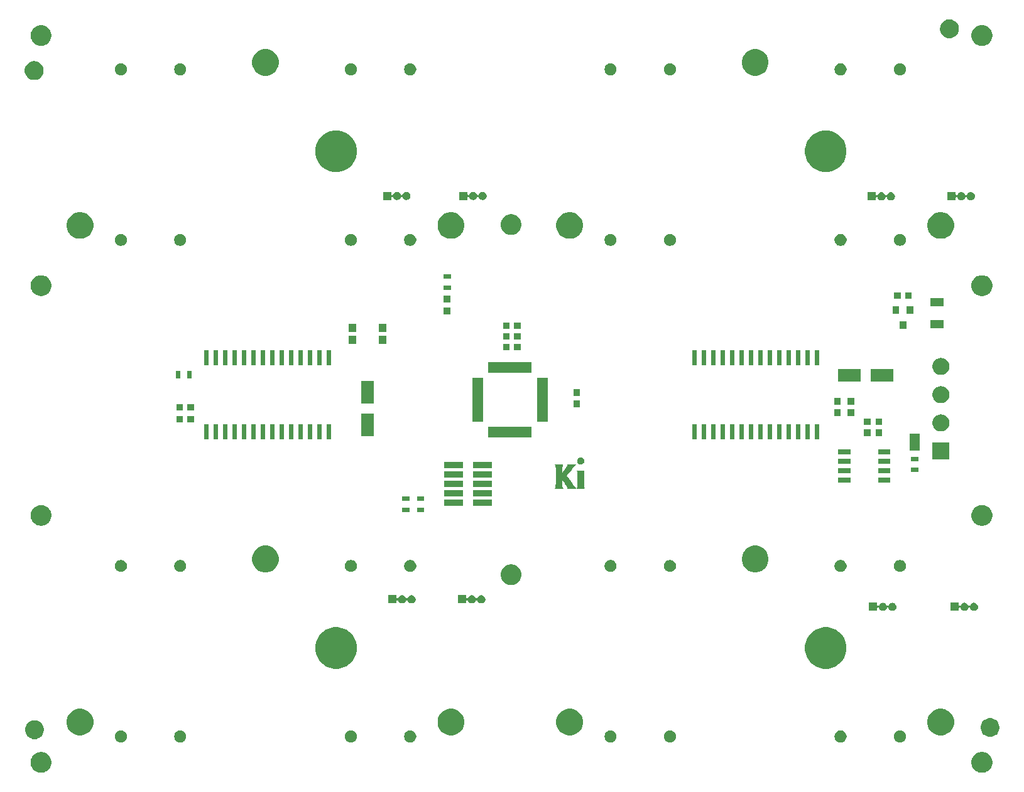
<source format=gbr>
G04 #@! TF.GenerationSoftware,KiCad,Pcbnew,(5.1.2)-2*
G04 #@! TF.CreationDate,2019-10-17T08:09:51+02:00*
G04 #@! TF.ProjectId,StepperClock,53746570-7065-4724-936c-6f636b2e6b69,rev?*
G04 #@! TF.SameCoordinates,Original*
G04 #@! TF.FileFunction,Soldermask,Top*
G04 #@! TF.FilePolarity,Negative*
%FSLAX46Y46*%
G04 Gerber Fmt 4.6, Leading zero omitted, Abs format (unit mm)*
G04 Created by KiCad (PCBNEW (5.1.2)-2) date 2019-10-17 08:09:51*
%MOMM*%
%LPD*%
G04 APERTURE LIST*
%ADD10C,0.010000*%
%ADD11C,0.100000*%
G04 APERTURE END LIST*
D10*
G36*
X147099547Y-103359140D02*
G01*
X147644859Y-103359140D01*
X147446079Y-103560527D01*
X147116371Y-103923431D01*
X146901951Y-104197555D01*
X146823503Y-104301140D01*
X146728944Y-104421269D01*
X146628850Y-104544942D01*
X146533798Y-104659159D01*
X146454366Y-104750921D01*
X146429268Y-104778500D01*
X146347836Y-104865952D01*
X146417794Y-104957096D01*
X146553236Y-105146344D01*
X146640778Y-105285790D01*
X146695648Y-105368026D01*
X146756924Y-105447352D01*
X146762073Y-105453347D01*
X146831022Y-105536321D01*
X146911547Y-105638877D01*
X146994742Y-105749028D01*
X147071702Y-105854787D01*
X147133519Y-105944165D01*
X147169176Y-106001287D01*
X147204257Y-106054336D01*
X147262786Y-106132802D01*
X147334620Y-106223992D01*
X147409615Y-106315212D01*
X147477628Y-106393772D01*
X147514000Y-106432760D01*
X147537889Y-106458821D01*
X147580163Y-106506146D01*
X147588277Y-106515310D01*
X147649855Y-106584940D01*
X146523400Y-106584940D01*
X146523400Y-106506663D01*
X146506637Y-106430135D01*
X146459407Y-106324889D01*
X146386293Y-106198979D01*
X146291881Y-106060456D01*
X146204342Y-105946273D01*
X146133068Y-105854053D01*
X146067747Y-105763009D01*
X146020577Y-105690275D01*
X146014471Y-105679573D01*
X145974429Y-105613174D01*
X145939142Y-105565024D01*
X145930499Y-105556240D01*
X145895938Y-105517556D01*
X145855715Y-105460990D01*
X145818026Y-105412833D01*
X145787515Y-105391227D01*
X145786214Y-105391140D01*
X145777338Y-105415831D01*
X145770218Y-105487121D01*
X145765064Y-105600832D01*
X145762083Y-105752784D01*
X145761400Y-105887701D01*
X145762084Y-106067003D01*
X145764495Y-106203010D01*
X145769175Y-106303215D01*
X145776663Y-106375109D01*
X145787498Y-106426183D01*
X145802221Y-106463928D01*
X145803044Y-106465551D01*
X145838517Y-106525231D01*
X145870023Y-106563358D01*
X145872894Y-106565501D01*
X145857397Y-106571063D01*
X145798047Y-106576002D01*
X145701786Y-106580052D01*
X145575559Y-106582947D01*
X145426311Y-106584422D01*
X145374594Y-106584551D01*
X144848089Y-106584940D01*
X144877768Y-106515090D01*
X144905941Y-106456498D01*
X144928024Y-106421110D01*
X144931857Y-106391882D01*
X144935457Y-106316521D01*
X144938759Y-106199691D01*
X144941696Y-106046057D01*
X144944199Y-105860286D01*
X144946204Y-105647042D01*
X144947642Y-105410991D01*
X144948447Y-105156799D01*
X144948599Y-104985030D01*
X144948541Y-104681051D01*
X144948270Y-104423652D01*
X144947646Y-104208614D01*
X144946526Y-104031718D01*
X144944769Y-103888744D01*
X144942233Y-103775473D01*
X144938776Y-103687685D01*
X144934257Y-103621161D01*
X144928533Y-103571681D01*
X144921462Y-103535026D01*
X144912904Y-103506977D01*
X144902716Y-103483314D01*
X144897799Y-103473439D01*
X144867044Y-103411609D01*
X144848990Y-103372400D01*
X144846999Y-103366469D01*
X144871135Y-103364247D01*
X144938488Y-103362296D01*
X145041472Y-103360724D01*
X145172506Y-103359641D01*
X145324005Y-103359155D01*
X145357717Y-103359140D01*
X145530860Y-103359404D01*
X145659429Y-103360571D01*
X145749646Y-103363204D01*
X145807737Y-103367863D01*
X145839924Y-103375112D01*
X145852432Y-103385512D01*
X145851486Y-103399625D01*
X145849964Y-103403590D01*
X145816605Y-103492413D01*
X145792539Y-103580921D01*
X145776380Y-103679881D01*
X145766742Y-103800061D01*
X145762240Y-103952228D01*
X145761400Y-104091828D01*
X145761399Y-104511644D01*
X145837599Y-104438640D01*
X145885213Y-104388297D01*
X145911794Y-104351018D01*
X145913800Y-104344223D01*
X145928937Y-104318290D01*
X145968428Y-104264868D01*
X146023388Y-104194885D01*
X146084932Y-104119269D01*
X146144177Y-104048949D01*
X146192239Y-103994854D01*
X146219039Y-103968740D01*
X146241361Y-103941474D01*
X146279736Y-103885370D01*
X146307602Y-103841740D01*
X146365805Y-103754038D01*
X146428751Y-103667438D01*
X146451099Y-103639102D01*
X146495813Y-103572476D01*
X146521208Y-103511383D01*
X146523400Y-103495130D01*
X146523922Y-103451417D01*
X146529591Y-103418242D01*
X146546562Y-103394152D01*
X146580989Y-103377695D01*
X146639026Y-103367417D01*
X146726828Y-103361867D01*
X146850550Y-103359591D01*
X147016345Y-103359136D01*
X147099547Y-103359140D01*
X147099547Y-103359140D01*
G37*
X147099547Y-103359140D02*
X147644859Y-103359140D01*
X147446079Y-103560527D01*
X147116371Y-103923431D01*
X146901951Y-104197555D01*
X146823503Y-104301140D01*
X146728944Y-104421269D01*
X146628850Y-104544942D01*
X146533798Y-104659159D01*
X146454366Y-104750921D01*
X146429268Y-104778500D01*
X146347836Y-104865952D01*
X146417794Y-104957096D01*
X146553236Y-105146344D01*
X146640778Y-105285790D01*
X146695648Y-105368026D01*
X146756924Y-105447352D01*
X146762073Y-105453347D01*
X146831022Y-105536321D01*
X146911547Y-105638877D01*
X146994742Y-105749028D01*
X147071702Y-105854787D01*
X147133519Y-105944165D01*
X147169176Y-106001287D01*
X147204257Y-106054336D01*
X147262786Y-106132802D01*
X147334620Y-106223992D01*
X147409615Y-106315212D01*
X147477628Y-106393772D01*
X147514000Y-106432760D01*
X147537889Y-106458821D01*
X147580163Y-106506146D01*
X147588277Y-106515310D01*
X147649855Y-106584940D01*
X146523400Y-106584940D01*
X146523400Y-106506663D01*
X146506637Y-106430135D01*
X146459407Y-106324889D01*
X146386293Y-106198979D01*
X146291881Y-106060456D01*
X146204342Y-105946273D01*
X146133068Y-105854053D01*
X146067747Y-105763009D01*
X146020577Y-105690275D01*
X146014471Y-105679573D01*
X145974429Y-105613174D01*
X145939142Y-105565024D01*
X145930499Y-105556240D01*
X145895938Y-105517556D01*
X145855715Y-105460990D01*
X145818026Y-105412833D01*
X145787515Y-105391227D01*
X145786214Y-105391140D01*
X145777338Y-105415831D01*
X145770218Y-105487121D01*
X145765064Y-105600832D01*
X145762083Y-105752784D01*
X145761400Y-105887701D01*
X145762084Y-106067003D01*
X145764495Y-106203010D01*
X145769175Y-106303215D01*
X145776663Y-106375109D01*
X145787498Y-106426183D01*
X145802221Y-106463928D01*
X145803044Y-106465551D01*
X145838517Y-106525231D01*
X145870023Y-106563358D01*
X145872894Y-106565501D01*
X145857397Y-106571063D01*
X145798047Y-106576002D01*
X145701786Y-106580052D01*
X145575559Y-106582947D01*
X145426311Y-106584422D01*
X145374594Y-106584551D01*
X144848089Y-106584940D01*
X144877768Y-106515090D01*
X144905941Y-106456498D01*
X144928024Y-106421110D01*
X144931857Y-106391882D01*
X144935457Y-106316521D01*
X144938759Y-106199691D01*
X144941696Y-106046057D01*
X144944199Y-105860286D01*
X144946204Y-105647042D01*
X144947642Y-105410991D01*
X144948447Y-105156799D01*
X144948599Y-104985030D01*
X144948541Y-104681051D01*
X144948270Y-104423652D01*
X144947646Y-104208614D01*
X144946526Y-104031718D01*
X144944769Y-103888744D01*
X144942233Y-103775473D01*
X144938776Y-103687685D01*
X144934257Y-103621161D01*
X144928533Y-103571681D01*
X144921462Y-103535026D01*
X144912904Y-103506977D01*
X144902716Y-103483314D01*
X144897799Y-103473439D01*
X144867044Y-103411609D01*
X144848990Y-103372400D01*
X144846999Y-103366469D01*
X144871135Y-103364247D01*
X144938488Y-103362296D01*
X145041472Y-103360724D01*
X145172506Y-103359641D01*
X145324005Y-103359155D01*
X145357717Y-103359140D01*
X145530860Y-103359404D01*
X145659429Y-103360571D01*
X145749646Y-103363204D01*
X145807737Y-103367863D01*
X145839924Y-103375112D01*
X145852432Y-103385512D01*
X145851486Y-103399625D01*
X145849964Y-103403590D01*
X145816605Y-103492413D01*
X145792539Y-103580921D01*
X145776380Y-103679881D01*
X145766742Y-103800061D01*
X145762240Y-103952228D01*
X145761400Y-104091828D01*
X145761399Y-104511644D01*
X145837599Y-104438640D01*
X145885213Y-104388297D01*
X145911794Y-104351018D01*
X145913800Y-104344223D01*
X145928937Y-104318290D01*
X145968428Y-104264868D01*
X146023388Y-104194885D01*
X146084932Y-104119269D01*
X146144177Y-104048949D01*
X146192239Y-103994854D01*
X146219039Y-103968740D01*
X146241361Y-103941474D01*
X146279736Y-103885370D01*
X146307602Y-103841740D01*
X146365805Y-103754038D01*
X146428751Y-103667438D01*
X146451099Y-103639102D01*
X146495813Y-103572476D01*
X146521208Y-103511383D01*
X146523400Y-103495130D01*
X146523922Y-103451417D01*
X146529591Y-103418242D01*
X146546562Y-103394152D01*
X146580989Y-103377695D01*
X146639026Y-103367417D01*
X146726828Y-103361867D01*
X146850550Y-103359591D01*
X147016345Y-103359136D01*
X147099547Y-103359140D01*
G36*
X148682400Y-105322785D02*
G01*
X148682621Y-105594268D01*
X148683383Y-105819358D01*
X148684826Y-106002461D01*
X148687094Y-106147980D01*
X148690331Y-106260323D01*
X148694678Y-106343895D01*
X148700280Y-106403099D01*
X148707278Y-106442343D01*
X148715816Y-106466032D01*
X148719692Y-106472135D01*
X148745978Y-106509683D01*
X148756691Y-106537825D01*
X148746510Y-106557914D01*
X148710112Y-106571303D01*
X148642176Y-106579345D01*
X148537378Y-106583393D01*
X148390398Y-106584800D01*
X148276000Y-106584940D01*
X148125718Y-106584255D01*
X147994527Y-106582348D01*
X147890227Y-106579442D01*
X147820619Y-106575757D01*
X147793505Y-106571516D01*
X147793400Y-106571228D01*
X147803955Y-106542194D01*
X147830526Y-106485249D01*
X147844200Y-106457940D01*
X147857066Y-106430500D01*
X147867559Y-106400134D01*
X147875920Y-106361660D01*
X147882391Y-106309895D01*
X147887211Y-106239658D01*
X147890622Y-106145767D01*
X147892865Y-106023041D01*
X147894181Y-105866299D01*
X147894810Y-105670357D01*
X147894995Y-105430036D01*
X147895000Y-105365490D01*
X147894747Y-105108009D01*
X147893871Y-104896489D01*
X147892196Y-104726091D01*
X147889548Y-104591978D01*
X147885750Y-104489311D01*
X147880627Y-104413253D01*
X147874003Y-104358966D01*
X147865703Y-104321612D01*
X147856247Y-104297678D01*
X147817495Y-104222740D01*
X148682400Y-104222740D01*
X148682400Y-105322785D01*
X148682400Y-105322785D01*
G37*
X148682400Y-105322785D02*
X148682621Y-105594268D01*
X148683383Y-105819358D01*
X148684826Y-106002461D01*
X148687094Y-106147980D01*
X148690331Y-106260323D01*
X148694678Y-106343895D01*
X148700280Y-106403099D01*
X148707278Y-106442343D01*
X148715816Y-106466032D01*
X148719692Y-106472135D01*
X148745978Y-106509683D01*
X148756691Y-106537825D01*
X148746510Y-106557914D01*
X148710112Y-106571303D01*
X148642176Y-106579345D01*
X148537378Y-106583393D01*
X148390398Y-106584800D01*
X148276000Y-106584940D01*
X148125718Y-106584255D01*
X147994527Y-106582348D01*
X147890227Y-106579442D01*
X147820619Y-106575757D01*
X147793505Y-106571516D01*
X147793400Y-106571228D01*
X147803955Y-106542194D01*
X147830526Y-106485249D01*
X147844200Y-106457940D01*
X147857066Y-106430500D01*
X147867559Y-106400134D01*
X147875920Y-106361660D01*
X147882391Y-106309895D01*
X147887211Y-106239658D01*
X147890622Y-106145767D01*
X147892865Y-106023041D01*
X147894181Y-105866299D01*
X147894810Y-105670357D01*
X147894995Y-105430036D01*
X147895000Y-105365490D01*
X147894747Y-105108009D01*
X147893871Y-104896489D01*
X147892196Y-104726091D01*
X147889548Y-104591978D01*
X147885750Y-104489311D01*
X147880627Y-104413253D01*
X147874003Y-104358966D01*
X147865703Y-104321612D01*
X147856247Y-104297678D01*
X147817495Y-104222740D01*
X148682400Y-104222740D01*
X148682400Y-105322785D01*
G36*
X148441741Y-102456700D02*
G01*
X148559345Y-102523135D01*
X148652823Y-102625785D01*
X148696612Y-102711864D01*
X148727222Y-102850354D01*
X148718121Y-102988331D01*
X148670773Y-103109824D01*
X148658388Y-103128590D01*
X148567949Y-103216148D01*
X148449071Y-103276293D01*
X148316133Y-103306158D01*
X148183513Y-103302874D01*
X148065590Y-103263572D01*
X148044806Y-103250984D01*
X147962537Y-103172134D01*
X147894714Y-103063510D01*
X147852547Y-102946035D01*
X147844200Y-102876539D01*
X147863474Y-102767315D01*
X147913990Y-102652850D01*
X147984782Y-102553898D01*
X148040442Y-102505035D01*
X148172661Y-102444616D01*
X148309637Y-102429516D01*
X148441741Y-102456700D01*
X148441741Y-102456700D01*
G37*
X148441741Y-102456700D02*
X148559345Y-102523135D01*
X148652823Y-102625785D01*
X148696612Y-102711864D01*
X148727222Y-102850354D01*
X148718121Y-102988331D01*
X148670773Y-103109824D01*
X148658388Y-103128590D01*
X148567949Y-103216148D01*
X148449071Y-103276293D01*
X148316133Y-103306158D01*
X148183513Y-103302874D01*
X148065590Y-103263572D01*
X148044806Y-103250984D01*
X147962537Y-103172134D01*
X147894714Y-103063510D01*
X147852547Y-102946035D01*
X147844200Y-102876539D01*
X147863474Y-102767315D01*
X147913990Y-102652850D01*
X147984782Y-102553898D01*
X148040442Y-102505035D01*
X148172661Y-102444616D01*
X148309637Y-102429516D01*
X148441741Y-102456700D01*
D11*
G36*
X202704233Y-142215633D02*
G01*
X202794457Y-142233579D01*
X202900067Y-142277325D01*
X203049421Y-142339189D01*
X203049422Y-142339190D01*
X203278886Y-142492512D01*
X203474028Y-142687654D01*
X203576475Y-142840977D01*
X203627351Y-142917119D01*
X203732961Y-143172084D01*
X203786800Y-143442752D01*
X203786800Y-143718728D01*
X203732961Y-143989396D01*
X203627351Y-144244361D01*
X203627350Y-144244362D01*
X203474028Y-144473826D01*
X203278886Y-144668968D01*
X203125563Y-144771415D01*
X203049421Y-144822291D01*
X202900067Y-144884155D01*
X202794457Y-144927901D01*
X202704233Y-144945847D01*
X202523788Y-144981740D01*
X202247812Y-144981740D01*
X202067367Y-144945847D01*
X201977143Y-144927901D01*
X201871533Y-144884155D01*
X201722179Y-144822291D01*
X201646037Y-144771415D01*
X201492714Y-144668968D01*
X201297572Y-144473826D01*
X201144250Y-144244362D01*
X201144249Y-144244361D01*
X201038639Y-143989396D01*
X200984800Y-143718728D01*
X200984800Y-143442752D01*
X201038639Y-143172084D01*
X201144249Y-142917119D01*
X201195125Y-142840977D01*
X201297572Y-142687654D01*
X201492714Y-142492512D01*
X201722178Y-142339190D01*
X201722179Y-142339189D01*
X201871533Y-142277325D01*
X201977143Y-142233579D01*
X202067367Y-142215633D01*
X202247812Y-142179740D01*
X202523788Y-142179740D01*
X202704233Y-142215633D01*
X202704233Y-142215633D01*
G37*
G36*
X75904233Y-142215633D02*
G01*
X75994457Y-142233579D01*
X76100067Y-142277325D01*
X76249421Y-142339189D01*
X76249422Y-142339190D01*
X76478886Y-142492512D01*
X76674028Y-142687654D01*
X76776475Y-142840977D01*
X76827351Y-142917119D01*
X76932961Y-143172084D01*
X76986800Y-143442752D01*
X76986800Y-143718728D01*
X76932961Y-143989396D01*
X76827351Y-144244361D01*
X76827350Y-144244362D01*
X76674028Y-144473826D01*
X76478886Y-144668968D01*
X76325563Y-144771415D01*
X76249421Y-144822291D01*
X76100067Y-144884155D01*
X75994457Y-144927901D01*
X75904233Y-144945847D01*
X75723788Y-144981740D01*
X75447812Y-144981740D01*
X75267367Y-144945847D01*
X75177143Y-144927901D01*
X75071533Y-144884155D01*
X74922179Y-144822291D01*
X74846037Y-144771415D01*
X74692714Y-144668968D01*
X74497572Y-144473826D01*
X74344250Y-144244362D01*
X74344249Y-144244361D01*
X74238639Y-143989396D01*
X74184800Y-143718728D01*
X74184800Y-143442752D01*
X74238639Y-143172084D01*
X74344249Y-142917119D01*
X74395125Y-142840977D01*
X74497572Y-142687654D01*
X74692714Y-142492512D01*
X74922178Y-142339190D01*
X74922179Y-142339189D01*
X75071533Y-142277325D01*
X75177143Y-142233579D01*
X75267367Y-142215633D01*
X75447812Y-142179740D01*
X75723788Y-142179740D01*
X75904233Y-142215633D01*
X75904233Y-142215633D01*
G37*
G36*
X86572942Y-139298982D02*
G01*
X86720901Y-139360269D01*
X86854055Y-139449239D01*
X86967301Y-139562485D01*
X87056271Y-139695639D01*
X87117558Y-139843598D01*
X87148800Y-140000665D01*
X87148800Y-140160815D01*
X87117558Y-140317882D01*
X87056271Y-140465841D01*
X86967301Y-140598995D01*
X86854055Y-140712241D01*
X86720901Y-140801211D01*
X86572942Y-140862498D01*
X86415875Y-140893740D01*
X86255725Y-140893740D01*
X86098658Y-140862498D01*
X85950699Y-140801211D01*
X85817545Y-140712241D01*
X85704299Y-140598995D01*
X85615329Y-140465841D01*
X85554042Y-140317882D01*
X85522800Y-140160815D01*
X85522800Y-140000665D01*
X85554042Y-139843598D01*
X85615329Y-139695639D01*
X85704299Y-139562485D01*
X85817545Y-139449239D01*
X85950699Y-139360269D01*
X86098658Y-139298982D01*
X86255725Y-139267740D01*
X86415875Y-139267740D01*
X86572942Y-139298982D01*
X86572942Y-139298982D01*
G37*
G36*
X152572942Y-139298982D02*
G01*
X152720901Y-139360269D01*
X152854055Y-139449239D01*
X152967301Y-139562485D01*
X153056271Y-139695639D01*
X153117558Y-139843598D01*
X153148800Y-140000665D01*
X153148800Y-140160815D01*
X153117558Y-140317882D01*
X153056271Y-140465841D01*
X152967301Y-140598995D01*
X152854055Y-140712241D01*
X152720901Y-140801211D01*
X152572942Y-140862498D01*
X152415875Y-140893740D01*
X152255725Y-140893740D01*
X152098658Y-140862498D01*
X151950699Y-140801211D01*
X151817545Y-140712241D01*
X151704299Y-140598995D01*
X151615329Y-140465841D01*
X151554042Y-140317882D01*
X151522800Y-140160815D01*
X151522800Y-140000665D01*
X151554042Y-139843598D01*
X151615329Y-139695639D01*
X151704299Y-139562485D01*
X151817545Y-139449239D01*
X151950699Y-139360269D01*
X152098658Y-139298982D01*
X152255725Y-139267740D01*
X152415875Y-139267740D01*
X152572942Y-139298982D01*
X152572942Y-139298982D01*
G37*
G36*
X191572942Y-139298982D02*
G01*
X191720901Y-139360269D01*
X191854055Y-139449239D01*
X191967301Y-139562485D01*
X192056271Y-139695639D01*
X192117558Y-139843598D01*
X192148800Y-140000665D01*
X192148800Y-140160815D01*
X192117558Y-140317882D01*
X192056271Y-140465841D01*
X191967301Y-140598995D01*
X191854055Y-140712241D01*
X191720901Y-140801211D01*
X191572942Y-140862498D01*
X191415875Y-140893740D01*
X191255725Y-140893740D01*
X191098658Y-140862498D01*
X190950699Y-140801211D01*
X190817545Y-140712241D01*
X190704299Y-140598995D01*
X190615329Y-140465841D01*
X190554042Y-140317882D01*
X190522800Y-140160815D01*
X190522800Y-140000665D01*
X190554042Y-139843598D01*
X190615329Y-139695639D01*
X190704299Y-139562485D01*
X190817545Y-139449239D01*
X190950699Y-139360269D01*
X191098658Y-139298982D01*
X191255725Y-139267740D01*
X191415875Y-139267740D01*
X191572942Y-139298982D01*
X191572942Y-139298982D01*
G37*
G36*
X183572942Y-139298982D02*
G01*
X183720901Y-139360269D01*
X183854055Y-139449239D01*
X183967301Y-139562485D01*
X184056271Y-139695639D01*
X184117558Y-139843598D01*
X184148800Y-140000665D01*
X184148800Y-140160815D01*
X184117558Y-140317882D01*
X184056271Y-140465841D01*
X183967301Y-140598995D01*
X183854055Y-140712241D01*
X183720901Y-140801211D01*
X183572942Y-140862498D01*
X183415875Y-140893740D01*
X183255725Y-140893740D01*
X183098658Y-140862498D01*
X182950699Y-140801211D01*
X182817545Y-140712241D01*
X182704299Y-140598995D01*
X182615329Y-140465841D01*
X182554042Y-140317882D01*
X182522800Y-140160815D01*
X182522800Y-140000665D01*
X182554042Y-139843598D01*
X182615329Y-139695639D01*
X182704299Y-139562485D01*
X182817545Y-139449239D01*
X182950699Y-139360269D01*
X183098658Y-139298982D01*
X183255725Y-139267740D01*
X183415875Y-139267740D01*
X183572942Y-139298982D01*
X183572942Y-139298982D01*
G37*
G36*
X160572942Y-139298982D02*
G01*
X160720901Y-139360269D01*
X160854055Y-139449239D01*
X160967301Y-139562485D01*
X161056271Y-139695639D01*
X161117558Y-139843598D01*
X161148800Y-140000665D01*
X161148800Y-140160815D01*
X161117558Y-140317882D01*
X161056271Y-140465841D01*
X160967301Y-140598995D01*
X160854055Y-140712241D01*
X160720901Y-140801211D01*
X160572942Y-140862498D01*
X160415875Y-140893740D01*
X160255725Y-140893740D01*
X160098658Y-140862498D01*
X159950699Y-140801211D01*
X159817545Y-140712241D01*
X159704299Y-140598995D01*
X159615329Y-140465841D01*
X159554042Y-140317882D01*
X159522800Y-140160815D01*
X159522800Y-140000665D01*
X159554042Y-139843598D01*
X159615329Y-139695639D01*
X159704299Y-139562485D01*
X159817545Y-139449239D01*
X159950699Y-139360269D01*
X160098658Y-139298982D01*
X160255725Y-139267740D01*
X160415875Y-139267740D01*
X160572942Y-139298982D01*
X160572942Y-139298982D01*
G37*
G36*
X117572942Y-139298982D02*
G01*
X117720901Y-139360269D01*
X117854055Y-139449239D01*
X117967301Y-139562485D01*
X118056271Y-139695639D01*
X118117558Y-139843598D01*
X118148800Y-140000665D01*
X118148800Y-140160815D01*
X118117558Y-140317882D01*
X118056271Y-140465841D01*
X117967301Y-140598995D01*
X117854055Y-140712241D01*
X117720901Y-140801211D01*
X117572942Y-140862498D01*
X117415875Y-140893740D01*
X117255725Y-140893740D01*
X117098658Y-140862498D01*
X116950699Y-140801211D01*
X116817545Y-140712241D01*
X116704299Y-140598995D01*
X116615329Y-140465841D01*
X116554042Y-140317882D01*
X116522800Y-140160815D01*
X116522800Y-140000665D01*
X116554042Y-139843598D01*
X116615329Y-139695639D01*
X116704299Y-139562485D01*
X116817545Y-139449239D01*
X116950699Y-139360269D01*
X117098658Y-139298982D01*
X117255725Y-139267740D01*
X117415875Y-139267740D01*
X117572942Y-139298982D01*
X117572942Y-139298982D01*
G37*
G36*
X94572942Y-139298982D02*
G01*
X94720901Y-139360269D01*
X94854055Y-139449239D01*
X94967301Y-139562485D01*
X95056271Y-139695639D01*
X95117558Y-139843598D01*
X95148800Y-140000665D01*
X95148800Y-140160815D01*
X95117558Y-140317882D01*
X95056271Y-140465841D01*
X94967301Y-140598995D01*
X94854055Y-140712241D01*
X94720901Y-140801211D01*
X94572942Y-140862498D01*
X94415875Y-140893740D01*
X94255725Y-140893740D01*
X94098658Y-140862498D01*
X93950699Y-140801211D01*
X93817545Y-140712241D01*
X93704299Y-140598995D01*
X93615329Y-140465841D01*
X93554042Y-140317882D01*
X93522800Y-140160815D01*
X93522800Y-140000665D01*
X93554042Y-139843598D01*
X93615329Y-139695639D01*
X93704299Y-139562485D01*
X93817545Y-139449239D01*
X93950699Y-139360269D01*
X94098658Y-139298982D01*
X94255725Y-139267740D01*
X94415875Y-139267740D01*
X94572942Y-139298982D01*
X94572942Y-139298982D01*
G37*
G36*
X125572942Y-139298982D02*
G01*
X125720901Y-139360269D01*
X125854055Y-139449239D01*
X125967301Y-139562485D01*
X126056271Y-139695639D01*
X126117558Y-139843598D01*
X126148800Y-140000665D01*
X126148800Y-140160815D01*
X126117558Y-140317882D01*
X126056271Y-140465841D01*
X125967301Y-140598995D01*
X125854055Y-140712241D01*
X125720901Y-140801211D01*
X125572942Y-140862498D01*
X125415875Y-140893740D01*
X125255725Y-140893740D01*
X125098658Y-140862498D01*
X124950699Y-140801211D01*
X124817545Y-140712241D01*
X124704299Y-140598995D01*
X124615329Y-140465841D01*
X124554042Y-140317882D01*
X124522800Y-140160815D01*
X124522800Y-140000665D01*
X124554042Y-139843598D01*
X124615329Y-139695639D01*
X124704299Y-139562485D01*
X124817545Y-139449239D01*
X124950699Y-139360269D01*
X125098658Y-139298982D01*
X125255725Y-139267740D01*
X125415875Y-139267740D01*
X125572942Y-139298982D01*
X125572942Y-139298982D01*
G37*
G36*
X74958564Y-137935142D02*
G01*
X75081245Y-137959545D01*
X75244675Y-138027240D01*
X75290359Y-138046163D01*
X75312371Y-138055281D01*
X75417079Y-138125245D01*
X75520377Y-138194266D01*
X75697274Y-138371163D01*
X75836260Y-138579171D01*
X75931995Y-138810296D01*
X75980800Y-139055655D01*
X75980800Y-139305825D01*
X75931995Y-139551184D01*
X75836260Y-139782309D01*
X75703366Y-139981200D01*
X75697273Y-139990318D01*
X75520378Y-140167213D01*
X75312371Y-140306199D01*
X75312370Y-140306200D01*
X75312369Y-140306200D01*
X75244675Y-140334240D01*
X75081245Y-140401935D01*
X74958564Y-140426338D01*
X74835885Y-140450740D01*
X74585715Y-140450740D01*
X74463036Y-140426338D01*
X74340355Y-140401935D01*
X74176925Y-140334240D01*
X74109231Y-140306200D01*
X74109230Y-140306200D01*
X74109229Y-140306199D01*
X73901222Y-140167213D01*
X73724327Y-139990318D01*
X73718235Y-139981200D01*
X73585340Y-139782309D01*
X73489605Y-139551184D01*
X73440800Y-139305825D01*
X73440800Y-139055655D01*
X73489605Y-138810296D01*
X73585340Y-138579171D01*
X73724326Y-138371163D01*
X73901223Y-138194266D01*
X74004521Y-138125245D01*
X74109229Y-138055281D01*
X74131242Y-138046163D01*
X74176925Y-138027240D01*
X74340355Y-137959545D01*
X74463036Y-137935142D01*
X74585715Y-137910740D01*
X74835885Y-137910740D01*
X74958564Y-137935142D01*
X74958564Y-137935142D01*
G37*
G36*
X203733564Y-137610142D02*
G01*
X203856245Y-137634545D01*
X204087371Y-137730281D01*
X204192079Y-137800245D01*
X204295377Y-137869266D01*
X204472274Y-138046163D01*
X204611260Y-138254171D01*
X204706995Y-138485296D01*
X204755800Y-138730655D01*
X204755800Y-138980825D01*
X204740915Y-139055655D01*
X204706995Y-139226185D01*
X204676841Y-139298982D01*
X204611260Y-139457309D01*
X204472274Y-139665317D01*
X204295377Y-139842214D01*
X204250007Y-139872529D01*
X204087371Y-139981199D01*
X204087370Y-139981200D01*
X204087369Y-139981200D01*
X204065356Y-139990318D01*
X203856245Y-140076935D01*
X203733564Y-140101338D01*
X203610885Y-140125740D01*
X203360715Y-140125740D01*
X203238036Y-140101338D01*
X203115355Y-140076935D01*
X202906244Y-139990318D01*
X202884231Y-139981200D01*
X202884230Y-139981200D01*
X202884229Y-139981199D01*
X202721593Y-139872529D01*
X202676223Y-139842214D01*
X202499326Y-139665317D01*
X202360340Y-139457309D01*
X202294759Y-139298982D01*
X202264605Y-139226185D01*
X202230685Y-139055655D01*
X202215800Y-138980825D01*
X202215800Y-138730655D01*
X202264605Y-138485296D01*
X202360340Y-138254171D01*
X202499326Y-138046163D01*
X202676223Y-137869266D01*
X202779521Y-137800245D01*
X202884229Y-137730281D01*
X203115355Y-137634545D01*
X203238036Y-137610142D01*
X203360715Y-137585740D01*
X203610885Y-137585740D01*
X203733564Y-137610142D01*
X203733564Y-137610142D01*
G37*
G36*
X147351131Y-136408951D02*
G01*
X147678892Y-136544714D01*
X147973870Y-136741812D01*
X148224728Y-136992670D01*
X148421826Y-137287648D01*
X148557589Y-137615409D01*
X148626800Y-137963356D01*
X148626800Y-138318124D01*
X148557589Y-138666071D01*
X148421826Y-138993832D01*
X148224728Y-139288810D01*
X147973870Y-139539668D01*
X147678892Y-139736766D01*
X147351131Y-139872529D01*
X147003184Y-139941740D01*
X146648416Y-139941740D01*
X146300469Y-139872529D01*
X145972708Y-139736766D01*
X145677730Y-139539668D01*
X145426872Y-139288810D01*
X145229774Y-138993832D01*
X145094011Y-138666071D01*
X145024800Y-138318124D01*
X145024800Y-137963356D01*
X145094011Y-137615409D01*
X145229774Y-137287648D01*
X145426872Y-136992670D01*
X145677730Y-136741812D01*
X145972708Y-136544714D01*
X146300469Y-136408951D01*
X146648416Y-136339740D01*
X147003184Y-136339740D01*
X147351131Y-136408951D01*
X147351131Y-136408951D01*
G37*
G36*
X197351131Y-136408951D02*
G01*
X197678892Y-136544714D01*
X197973870Y-136741812D01*
X198224728Y-136992670D01*
X198421826Y-137287648D01*
X198557589Y-137615409D01*
X198626800Y-137963356D01*
X198626800Y-138318124D01*
X198557589Y-138666071D01*
X198421826Y-138993832D01*
X198224728Y-139288810D01*
X197973870Y-139539668D01*
X197678892Y-139736766D01*
X197351131Y-139872529D01*
X197003184Y-139941740D01*
X196648416Y-139941740D01*
X196300469Y-139872529D01*
X195972708Y-139736766D01*
X195677730Y-139539668D01*
X195426872Y-139288810D01*
X195229774Y-138993832D01*
X195094011Y-138666071D01*
X195024800Y-138318124D01*
X195024800Y-137963356D01*
X195094011Y-137615409D01*
X195229774Y-137287648D01*
X195426872Y-136992670D01*
X195677730Y-136741812D01*
X195972708Y-136544714D01*
X196300469Y-136408951D01*
X196648416Y-136339740D01*
X197003184Y-136339740D01*
X197351131Y-136408951D01*
X197351131Y-136408951D01*
G37*
G36*
X131351131Y-136408951D02*
G01*
X131678892Y-136544714D01*
X131973870Y-136741812D01*
X132224728Y-136992670D01*
X132421826Y-137287648D01*
X132557589Y-137615409D01*
X132626800Y-137963356D01*
X132626800Y-138318124D01*
X132557589Y-138666071D01*
X132421826Y-138993832D01*
X132224728Y-139288810D01*
X131973870Y-139539668D01*
X131678892Y-139736766D01*
X131351131Y-139872529D01*
X131003184Y-139941740D01*
X130648416Y-139941740D01*
X130300469Y-139872529D01*
X129972708Y-139736766D01*
X129677730Y-139539668D01*
X129426872Y-139288810D01*
X129229774Y-138993832D01*
X129094011Y-138666071D01*
X129024800Y-138318124D01*
X129024800Y-137963356D01*
X129094011Y-137615409D01*
X129229774Y-137287648D01*
X129426872Y-136992670D01*
X129677730Y-136741812D01*
X129972708Y-136544714D01*
X130300469Y-136408951D01*
X130648416Y-136339740D01*
X131003184Y-136339740D01*
X131351131Y-136408951D01*
X131351131Y-136408951D01*
G37*
G36*
X81351131Y-136408951D02*
G01*
X81678892Y-136544714D01*
X81973870Y-136741812D01*
X82224728Y-136992670D01*
X82421826Y-137287648D01*
X82557589Y-137615409D01*
X82626800Y-137963356D01*
X82626800Y-138318124D01*
X82557589Y-138666071D01*
X82421826Y-138993832D01*
X82224728Y-139288810D01*
X81973870Y-139539668D01*
X81678892Y-139736766D01*
X81351131Y-139872529D01*
X81003184Y-139941740D01*
X80648416Y-139941740D01*
X80300469Y-139872529D01*
X79972708Y-139736766D01*
X79677730Y-139539668D01*
X79426872Y-139288810D01*
X79229774Y-138993832D01*
X79094011Y-138666071D01*
X79024800Y-138318124D01*
X79024800Y-137963356D01*
X79094011Y-137615409D01*
X79229774Y-137287648D01*
X79426872Y-136992670D01*
X79677730Y-136741812D01*
X79972708Y-136544714D01*
X80300469Y-136408951D01*
X80648416Y-136339740D01*
X81003184Y-136339740D01*
X81351131Y-136408951D01*
X81351131Y-136408951D01*
G37*
G36*
X182152821Y-125447380D02*
G01*
X182662569Y-125658525D01*
X182662571Y-125658526D01*
X183121334Y-125965061D01*
X183511479Y-126355206D01*
X183818014Y-126813969D01*
X183818015Y-126813971D01*
X184029160Y-127323719D01*
X184136800Y-127864864D01*
X184136800Y-128416616D01*
X184029160Y-128957761D01*
X183818015Y-129467509D01*
X183818014Y-129467511D01*
X183511479Y-129926274D01*
X183121334Y-130316419D01*
X182662571Y-130622954D01*
X182662570Y-130622955D01*
X182662569Y-130622955D01*
X182152821Y-130834100D01*
X181611676Y-130941740D01*
X181059924Y-130941740D01*
X180518779Y-130834100D01*
X180009031Y-130622955D01*
X180009030Y-130622955D01*
X180009029Y-130622954D01*
X179550266Y-130316419D01*
X179160121Y-129926274D01*
X178853586Y-129467511D01*
X178853585Y-129467509D01*
X178642440Y-128957761D01*
X178534800Y-128416616D01*
X178534800Y-127864864D01*
X178642440Y-127323719D01*
X178853585Y-126813971D01*
X178853586Y-126813969D01*
X179160121Y-126355206D01*
X179550266Y-125965061D01*
X180009029Y-125658526D01*
X180009031Y-125658525D01*
X180518779Y-125447380D01*
X181059924Y-125339740D01*
X181611676Y-125339740D01*
X182152821Y-125447380D01*
X182152821Y-125447380D01*
G37*
G36*
X116152821Y-125447380D02*
G01*
X116662569Y-125658525D01*
X116662571Y-125658526D01*
X117121334Y-125965061D01*
X117511479Y-126355206D01*
X117818014Y-126813969D01*
X117818015Y-126813971D01*
X118029160Y-127323719D01*
X118136800Y-127864864D01*
X118136800Y-128416616D01*
X118029160Y-128957761D01*
X117818015Y-129467509D01*
X117818014Y-129467511D01*
X117511479Y-129926274D01*
X117121334Y-130316419D01*
X116662571Y-130622954D01*
X116662570Y-130622955D01*
X116662569Y-130622955D01*
X116152821Y-130834100D01*
X115611676Y-130941740D01*
X115059924Y-130941740D01*
X114518779Y-130834100D01*
X114009031Y-130622955D01*
X114009030Y-130622955D01*
X114009029Y-130622954D01*
X113550266Y-130316419D01*
X113160121Y-129926274D01*
X112853586Y-129467511D01*
X112853585Y-129467509D01*
X112642440Y-128957761D01*
X112534800Y-128416616D01*
X112534800Y-127864864D01*
X112642440Y-127323719D01*
X112853585Y-126813971D01*
X112853586Y-126813969D01*
X113160121Y-126355206D01*
X113550266Y-125965061D01*
X114009029Y-125658526D01*
X114009031Y-125658525D01*
X114518779Y-125447380D01*
X115059924Y-125339740D01*
X115611676Y-125339740D01*
X116152821Y-125447380D01*
X116152821Y-125447380D01*
G37*
G36*
X199286800Y-122344882D02*
G01*
X199289202Y-122369268D01*
X199296315Y-122392717D01*
X199307866Y-122414328D01*
X199323411Y-122433270D01*
X199342353Y-122448815D01*
X199363964Y-122460366D01*
X199387413Y-122467479D01*
X199411799Y-122469881D01*
X199436185Y-122467479D01*
X199459634Y-122460366D01*
X199481245Y-122448815D01*
X199500187Y-122433270D01*
X199515732Y-122414328D01*
X199527283Y-122392717D01*
X199557509Y-122319745D01*
X199617809Y-122229500D01*
X199617810Y-122229498D01*
X199694558Y-122152750D01*
X199784804Y-122092450D01*
X199784805Y-122092449D01*
X199885079Y-122050914D01*
X199991530Y-122029740D01*
X200100070Y-122029740D01*
X200206521Y-122050914D01*
X200306795Y-122092449D01*
X200306796Y-122092450D01*
X200397042Y-122152750D01*
X200473790Y-122229498D01*
X200473791Y-122229500D01*
X200534091Y-122319745D01*
X200565316Y-122395129D01*
X200576867Y-122416740D01*
X200592412Y-122435681D01*
X200611354Y-122451227D01*
X200632965Y-122462778D01*
X200656414Y-122469891D01*
X200680800Y-122472293D01*
X200705186Y-122469891D01*
X200728635Y-122462778D01*
X200750246Y-122451227D01*
X200769187Y-122435682D01*
X200784733Y-122416740D01*
X200796284Y-122395129D01*
X200827509Y-122319745D01*
X200887809Y-122229500D01*
X200887810Y-122229498D01*
X200964558Y-122152750D01*
X201054804Y-122092450D01*
X201054805Y-122092449D01*
X201155079Y-122050914D01*
X201261530Y-122029740D01*
X201370070Y-122029740D01*
X201476521Y-122050914D01*
X201576795Y-122092449D01*
X201576796Y-122092450D01*
X201667042Y-122152750D01*
X201743790Y-122229498D01*
X201743791Y-122229500D01*
X201804091Y-122319745D01*
X201845626Y-122420019D01*
X201866800Y-122526470D01*
X201866800Y-122635010D01*
X201845626Y-122741461D01*
X201804091Y-122841735D01*
X201804090Y-122841736D01*
X201743790Y-122931982D01*
X201667042Y-123008730D01*
X201621612Y-123039085D01*
X201576795Y-123069031D01*
X201476521Y-123110566D01*
X201370070Y-123131740D01*
X201261530Y-123131740D01*
X201155079Y-123110566D01*
X201054805Y-123069031D01*
X201009988Y-123039085D01*
X200964558Y-123008730D01*
X200887810Y-122931982D01*
X200827510Y-122841736D01*
X200827509Y-122841735D01*
X200796284Y-122766351D01*
X200784733Y-122744740D01*
X200769188Y-122725799D01*
X200750246Y-122710253D01*
X200728635Y-122698702D01*
X200705186Y-122691589D01*
X200680800Y-122689187D01*
X200656414Y-122691589D01*
X200632965Y-122698702D01*
X200611354Y-122710253D01*
X200592413Y-122725798D01*
X200576867Y-122744740D01*
X200565316Y-122766351D01*
X200534091Y-122841735D01*
X200534090Y-122841736D01*
X200473790Y-122931982D01*
X200397042Y-123008730D01*
X200351612Y-123039085D01*
X200306795Y-123069031D01*
X200206521Y-123110566D01*
X200100070Y-123131740D01*
X199991530Y-123131740D01*
X199885079Y-123110566D01*
X199784805Y-123069031D01*
X199739988Y-123039085D01*
X199694558Y-123008730D01*
X199617810Y-122931982D01*
X199557510Y-122841736D01*
X199557509Y-122841735D01*
X199527283Y-122768763D01*
X199515732Y-122747152D01*
X199500187Y-122728210D01*
X199481245Y-122712665D01*
X199459634Y-122701114D01*
X199436185Y-122694001D01*
X199411799Y-122691599D01*
X199387413Y-122694001D01*
X199363964Y-122701114D01*
X199342353Y-122712665D01*
X199323411Y-122728210D01*
X199307866Y-122747152D01*
X199296315Y-122768763D01*
X199289202Y-122792212D01*
X199286800Y-122816598D01*
X199286800Y-123131740D01*
X198184800Y-123131740D01*
X198184800Y-122029740D01*
X199286800Y-122029740D01*
X199286800Y-122344882D01*
X199286800Y-122344882D01*
G37*
G36*
X188286800Y-122344882D02*
G01*
X188289202Y-122369268D01*
X188296315Y-122392717D01*
X188307866Y-122414328D01*
X188323411Y-122433270D01*
X188342353Y-122448815D01*
X188363964Y-122460366D01*
X188387413Y-122467479D01*
X188411799Y-122469881D01*
X188436185Y-122467479D01*
X188459634Y-122460366D01*
X188481245Y-122448815D01*
X188500187Y-122433270D01*
X188515732Y-122414328D01*
X188527283Y-122392717D01*
X188557509Y-122319745D01*
X188617809Y-122229500D01*
X188617810Y-122229498D01*
X188694558Y-122152750D01*
X188784804Y-122092450D01*
X188784805Y-122092449D01*
X188885079Y-122050914D01*
X188991530Y-122029740D01*
X189100070Y-122029740D01*
X189206521Y-122050914D01*
X189306795Y-122092449D01*
X189306796Y-122092450D01*
X189397042Y-122152750D01*
X189473790Y-122229498D01*
X189473791Y-122229500D01*
X189534091Y-122319745D01*
X189565316Y-122395129D01*
X189576867Y-122416740D01*
X189592412Y-122435681D01*
X189611354Y-122451227D01*
X189632965Y-122462778D01*
X189656414Y-122469891D01*
X189680800Y-122472293D01*
X189705186Y-122469891D01*
X189728635Y-122462778D01*
X189750246Y-122451227D01*
X189769187Y-122435682D01*
X189784733Y-122416740D01*
X189796284Y-122395129D01*
X189827509Y-122319745D01*
X189887809Y-122229500D01*
X189887810Y-122229498D01*
X189964558Y-122152750D01*
X190054804Y-122092450D01*
X190054805Y-122092449D01*
X190155079Y-122050914D01*
X190261530Y-122029740D01*
X190370070Y-122029740D01*
X190476521Y-122050914D01*
X190576795Y-122092449D01*
X190576796Y-122092450D01*
X190667042Y-122152750D01*
X190743790Y-122229498D01*
X190743791Y-122229500D01*
X190804091Y-122319745D01*
X190845626Y-122420019D01*
X190866800Y-122526470D01*
X190866800Y-122635010D01*
X190845626Y-122741461D01*
X190804091Y-122841735D01*
X190804090Y-122841736D01*
X190743790Y-122931982D01*
X190667042Y-123008730D01*
X190621612Y-123039085D01*
X190576795Y-123069031D01*
X190476521Y-123110566D01*
X190370070Y-123131740D01*
X190261530Y-123131740D01*
X190155079Y-123110566D01*
X190054805Y-123069031D01*
X190009988Y-123039085D01*
X189964558Y-123008730D01*
X189887810Y-122931982D01*
X189827510Y-122841736D01*
X189827509Y-122841735D01*
X189796284Y-122766351D01*
X189784733Y-122744740D01*
X189769188Y-122725799D01*
X189750246Y-122710253D01*
X189728635Y-122698702D01*
X189705186Y-122691589D01*
X189680800Y-122689187D01*
X189656414Y-122691589D01*
X189632965Y-122698702D01*
X189611354Y-122710253D01*
X189592413Y-122725798D01*
X189576867Y-122744740D01*
X189565316Y-122766351D01*
X189534091Y-122841735D01*
X189534090Y-122841736D01*
X189473790Y-122931982D01*
X189397042Y-123008730D01*
X189351612Y-123039085D01*
X189306795Y-123069031D01*
X189206521Y-123110566D01*
X189100070Y-123131740D01*
X188991530Y-123131740D01*
X188885079Y-123110566D01*
X188784805Y-123069031D01*
X188739988Y-123039085D01*
X188694558Y-123008730D01*
X188617810Y-122931982D01*
X188557510Y-122841736D01*
X188557509Y-122841735D01*
X188527283Y-122768763D01*
X188515732Y-122747152D01*
X188500187Y-122728210D01*
X188481245Y-122712665D01*
X188459634Y-122701114D01*
X188436185Y-122694001D01*
X188411799Y-122691599D01*
X188387413Y-122694001D01*
X188363964Y-122701114D01*
X188342353Y-122712665D01*
X188323411Y-122728210D01*
X188307866Y-122747152D01*
X188296315Y-122768763D01*
X188289202Y-122792212D01*
X188286800Y-122816598D01*
X188286800Y-123131740D01*
X187184800Y-123131740D01*
X187184800Y-122029740D01*
X188286800Y-122029740D01*
X188286800Y-122344882D01*
X188286800Y-122344882D01*
G37*
G36*
X123486800Y-121344882D02*
G01*
X123489202Y-121369268D01*
X123496315Y-121392717D01*
X123507866Y-121414328D01*
X123523411Y-121433270D01*
X123542353Y-121448815D01*
X123563964Y-121460366D01*
X123587413Y-121467479D01*
X123611799Y-121469881D01*
X123636185Y-121467479D01*
X123659634Y-121460366D01*
X123681245Y-121448815D01*
X123700187Y-121433270D01*
X123715732Y-121414328D01*
X123727283Y-121392717D01*
X123757509Y-121319745D01*
X123817809Y-121229500D01*
X123817810Y-121229498D01*
X123894558Y-121152750D01*
X123984804Y-121092450D01*
X123984805Y-121092449D01*
X124085079Y-121050914D01*
X124191530Y-121029740D01*
X124300070Y-121029740D01*
X124406521Y-121050914D01*
X124506795Y-121092449D01*
X124506796Y-121092450D01*
X124597042Y-121152750D01*
X124673790Y-121229498D01*
X124673791Y-121229500D01*
X124734091Y-121319745D01*
X124765316Y-121395129D01*
X124776867Y-121416740D01*
X124792412Y-121435681D01*
X124811354Y-121451227D01*
X124832965Y-121462778D01*
X124856414Y-121469891D01*
X124880800Y-121472293D01*
X124905186Y-121469891D01*
X124928635Y-121462778D01*
X124950246Y-121451227D01*
X124969187Y-121435682D01*
X124984733Y-121416740D01*
X124996284Y-121395129D01*
X125027509Y-121319745D01*
X125087809Y-121229500D01*
X125087810Y-121229498D01*
X125164558Y-121152750D01*
X125254804Y-121092450D01*
X125254805Y-121092449D01*
X125355079Y-121050914D01*
X125461530Y-121029740D01*
X125570070Y-121029740D01*
X125676521Y-121050914D01*
X125776795Y-121092449D01*
X125776796Y-121092450D01*
X125867042Y-121152750D01*
X125943790Y-121229498D01*
X125943791Y-121229500D01*
X126004091Y-121319745D01*
X126045626Y-121420019D01*
X126066800Y-121526470D01*
X126066800Y-121635010D01*
X126045626Y-121741461D01*
X126004091Y-121841735D01*
X126004090Y-121841736D01*
X125943790Y-121931982D01*
X125867042Y-122008730D01*
X125835598Y-122029740D01*
X125776795Y-122069031D01*
X125676521Y-122110566D01*
X125570070Y-122131740D01*
X125461530Y-122131740D01*
X125355079Y-122110566D01*
X125254805Y-122069031D01*
X125196002Y-122029740D01*
X125164558Y-122008730D01*
X125087810Y-121931982D01*
X125027510Y-121841736D01*
X125027509Y-121841735D01*
X124996284Y-121766351D01*
X124984733Y-121744740D01*
X124969188Y-121725799D01*
X124950246Y-121710253D01*
X124928635Y-121698702D01*
X124905186Y-121691589D01*
X124880800Y-121689187D01*
X124856414Y-121691589D01*
X124832965Y-121698702D01*
X124811354Y-121710253D01*
X124792413Y-121725798D01*
X124776867Y-121744740D01*
X124765316Y-121766351D01*
X124734091Y-121841735D01*
X124734090Y-121841736D01*
X124673790Y-121931982D01*
X124597042Y-122008730D01*
X124565598Y-122029740D01*
X124506795Y-122069031D01*
X124406521Y-122110566D01*
X124300070Y-122131740D01*
X124191530Y-122131740D01*
X124085079Y-122110566D01*
X123984805Y-122069031D01*
X123926002Y-122029740D01*
X123894558Y-122008730D01*
X123817810Y-121931982D01*
X123757510Y-121841736D01*
X123757509Y-121841735D01*
X123727283Y-121768763D01*
X123715732Y-121747152D01*
X123700187Y-121728210D01*
X123681245Y-121712665D01*
X123659634Y-121701114D01*
X123636185Y-121694001D01*
X123611799Y-121691599D01*
X123587413Y-121694001D01*
X123563964Y-121701114D01*
X123542353Y-121712665D01*
X123523411Y-121728210D01*
X123507866Y-121747152D01*
X123496315Y-121768763D01*
X123489202Y-121792212D01*
X123486800Y-121816598D01*
X123486800Y-122131740D01*
X122384800Y-122131740D01*
X122384800Y-121029740D01*
X123486800Y-121029740D01*
X123486800Y-121344882D01*
X123486800Y-121344882D01*
G37*
G36*
X132886800Y-121344882D02*
G01*
X132889202Y-121369268D01*
X132896315Y-121392717D01*
X132907866Y-121414328D01*
X132923411Y-121433270D01*
X132942353Y-121448815D01*
X132963964Y-121460366D01*
X132987413Y-121467479D01*
X133011799Y-121469881D01*
X133036185Y-121467479D01*
X133059634Y-121460366D01*
X133081245Y-121448815D01*
X133100187Y-121433270D01*
X133115732Y-121414328D01*
X133127283Y-121392717D01*
X133157509Y-121319745D01*
X133217809Y-121229500D01*
X133217810Y-121229498D01*
X133294558Y-121152750D01*
X133384804Y-121092450D01*
X133384805Y-121092449D01*
X133485079Y-121050914D01*
X133591530Y-121029740D01*
X133700070Y-121029740D01*
X133806521Y-121050914D01*
X133906795Y-121092449D01*
X133906796Y-121092450D01*
X133997042Y-121152750D01*
X134073790Y-121229498D01*
X134073791Y-121229500D01*
X134134091Y-121319745D01*
X134165316Y-121395129D01*
X134176867Y-121416740D01*
X134192412Y-121435681D01*
X134211354Y-121451227D01*
X134232965Y-121462778D01*
X134256414Y-121469891D01*
X134280800Y-121472293D01*
X134305186Y-121469891D01*
X134328635Y-121462778D01*
X134350246Y-121451227D01*
X134369187Y-121435682D01*
X134384733Y-121416740D01*
X134396284Y-121395129D01*
X134427509Y-121319745D01*
X134487809Y-121229500D01*
X134487810Y-121229498D01*
X134564558Y-121152750D01*
X134654804Y-121092450D01*
X134654805Y-121092449D01*
X134755079Y-121050914D01*
X134861530Y-121029740D01*
X134970070Y-121029740D01*
X135076521Y-121050914D01*
X135176795Y-121092449D01*
X135176796Y-121092450D01*
X135267042Y-121152750D01*
X135343790Y-121229498D01*
X135343791Y-121229500D01*
X135404091Y-121319745D01*
X135445626Y-121420019D01*
X135466800Y-121526470D01*
X135466800Y-121635010D01*
X135445626Y-121741461D01*
X135404091Y-121841735D01*
X135404090Y-121841736D01*
X135343790Y-121931982D01*
X135267042Y-122008730D01*
X135235598Y-122029740D01*
X135176795Y-122069031D01*
X135076521Y-122110566D01*
X134970070Y-122131740D01*
X134861530Y-122131740D01*
X134755079Y-122110566D01*
X134654805Y-122069031D01*
X134596002Y-122029740D01*
X134564558Y-122008730D01*
X134487810Y-121931982D01*
X134427510Y-121841736D01*
X134427509Y-121841735D01*
X134396284Y-121766351D01*
X134384733Y-121744740D01*
X134369188Y-121725799D01*
X134350246Y-121710253D01*
X134328635Y-121698702D01*
X134305186Y-121691589D01*
X134280800Y-121689187D01*
X134256414Y-121691589D01*
X134232965Y-121698702D01*
X134211354Y-121710253D01*
X134192413Y-121725798D01*
X134176867Y-121744740D01*
X134165316Y-121766351D01*
X134134091Y-121841735D01*
X134134090Y-121841736D01*
X134073790Y-121931982D01*
X133997042Y-122008730D01*
X133965598Y-122029740D01*
X133906795Y-122069031D01*
X133806521Y-122110566D01*
X133700070Y-122131740D01*
X133591530Y-122131740D01*
X133485079Y-122110566D01*
X133384805Y-122069031D01*
X133326002Y-122029740D01*
X133294558Y-122008730D01*
X133217810Y-121931982D01*
X133157510Y-121841736D01*
X133157509Y-121841735D01*
X133127283Y-121768763D01*
X133115732Y-121747152D01*
X133100187Y-121728210D01*
X133081245Y-121712665D01*
X133059634Y-121701114D01*
X133036185Y-121694001D01*
X133011799Y-121691599D01*
X132987413Y-121694001D01*
X132963964Y-121701114D01*
X132942353Y-121712665D01*
X132923411Y-121728210D01*
X132907866Y-121747152D01*
X132896315Y-121768763D01*
X132889202Y-121792212D01*
X132886800Y-121816598D01*
X132886800Y-122131740D01*
X131784800Y-122131740D01*
X131784800Y-121029740D01*
X132886800Y-121029740D01*
X132886800Y-121344882D01*
X132886800Y-121344882D01*
G37*
G36*
X139254233Y-116890633D02*
G01*
X139344457Y-116908579D01*
X139450067Y-116952325D01*
X139599421Y-117014189D01*
X139599422Y-117014190D01*
X139828886Y-117167512D01*
X140024028Y-117362654D01*
X140092974Y-117465840D01*
X140177351Y-117592119D01*
X140227106Y-117712239D01*
X140282961Y-117847083D01*
X140300907Y-117937307D01*
X140336800Y-118117752D01*
X140336800Y-118393728D01*
X140282961Y-118664396D01*
X140177351Y-118919361D01*
X140177350Y-118919362D01*
X140024028Y-119148826D01*
X139828886Y-119343968D01*
X139675563Y-119446415D01*
X139599421Y-119497291D01*
X139450067Y-119559155D01*
X139344457Y-119602901D01*
X139254233Y-119620847D01*
X139073788Y-119656740D01*
X138797812Y-119656740D01*
X138617367Y-119620847D01*
X138527143Y-119602901D01*
X138421533Y-119559155D01*
X138272179Y-119497291D01*
X138196037Y-119446415D01*
X138042714Y-119343968D01*
X137847572Y-119148826D01*
X137694250Y-118919362D01*
X137694249Y-118919361D01*
X137588639Y-118664396D01*
X137534800Y-118393728D01*
X137534800Y-118117752D01*
X137570693Y-117937307D01*
X137588639Y-117847083D01*
X137644494Y-117712239D01*
X137694249Y-117592119D01*
X137778626Y-117465840D01*
X137847572Y-117362654D01*
X138042714Y-117167512D01*
X138272178Y-117014190D01*
X138272179Y-117014189D01*
X138421533Y-116952325D01*
X138527143Y-116908579D01*
X138617367Y-116890633D01*
X138797812Y-116854740D01*
X139073788Y-116854740D01*
X139254233Y-116890633D01*
X139254233Y-116890633D01*
G37*
G36*
X172351131Y-114408951D02*
G01*
X172678892Y-114544714D01*
X172973870Y-114741812D01*
X173224728Y-114992670D01*
X173421826Y-115287648D01*
X173557589Y-115615409D01*
X173626800Y-115963356D01*
X173626800Y-116318124D01*
X173557589Y-116666071D01*
X173421826Y-116993832D01*
X173224728Y-117288810D01*
X172973870Y-117539668D01*
X172678892Y-117736766D01*
X172351131Y-117872529D01*
X172003184Y-117941740D01*
X171648416Y-117941740D01*
X171300469Y-117872529D01*
X170972708Y-117736766D01*
X170677730Y-117539668D01*
X170426872Y-117288810D01*
X170229774Y-116993832D01*
X170094011Y-116666071D01*
X170024800Y-116318124D01*
X170024800Y-115963356D01*
X170094011Y-115615409D01*
X170229774Y-115287648D01*
X170426872Y-114992670D01*
X170677730Y-114741812D01*
X170972708Y-114544714D01*
X171300469Y-114408951D01*
X171648416Y-114339740D01*
X172003184Y-114339740D01*
X172351131Y-114408951D01*
X172351131Y-114408951D01*
G37*
G36*
X106351131Y-114408951D02*
G01*
X106678892Y-114544714D01*
X106973870Y-114741812D01*
X107224728Y-114992670D01*
X107421826Y-115287648D01*
X107557589Y-115615409D01*
X107626800Y-115963356D01*
X107626800Y-116318124D01*
X107557589Y-116666071D01*
X107421826Y-116993832D01*
X107224728Y-117288810D01*
X106973870Y-117539668D01*
X106678892Y-117736766D01*
X106351131Y-117872529D01*
X106003184Y-117941740D01*
X105648416Y-117941740D01*
X105300469Y-117872529D01*
X104972708Y-117736766D01*
X104677730Y-117539668D01*
X104426872Y-117288810D01*
X104229774Y-116993832D01*
X104094011Y-116666071D01*
X104024800Y-116318124D01*
X104024800Y-115963356D01*
X104094011Y-115615409D01*
X104229774Y-115287648D01*
X104426872Y-114992670D01*
X104677730Y-114741812D01*
X104972708Y-114544714D01*
X105300469Y-114408951D01*
X105648416Y-114339740D01*
X106003184Y-114339740D01*
X106351131Y-114408951D01*
X106351131Y-114408951D01*
G37*
G36*
X117572942Y-116298982D02*
G01*
X117720901Y-116360269D01*
X117854055Y-116449239D01*
X117967301Y-116562485D01*
X118056271Y-116695639D01*
X118117558Y-116843598D01*
X118148800Y-117000665D01*
X118148800Y-117160815D01*
X118117558Y-117317882D01*
X118056271Y-117465841D01*
X117967301Y-117598995D01*
X117854055Y-117712241D01*
X117720901Y-117801211D01*
X117572942Y-117862498D01*
X117415875Y-117893740D01*
X117255725Y-117893740D01*
X117098658Y-117862498D01*
X116950699Y-117801211D01*
X116817545Y-117712241D01*
X116704299Y-117598995D01*
X116615329Y-117465841D01*
X116554042Y-117317882D01*
X116522800Y-117160815D01*
X116522800Y-117000665D01*
X116554042Y-116843598D01*
X116615329Y-116695639D01*
X116704299Y-116562485D01*
X116817545Y-116449239D01*
X116950699Y-116360269D01*
X117098658Y-116298982D01*
X117255725Y-116267740D01*
X117415875Y-116267740D01*
X117572942Y-116298982D01*
X117572942Y-116298982D01*
G37*
G36*
X86572942Y-116298982D02*
G01*
X86720901Y-116360269D01*
X86854055Y-116449239D01*
X86967301Y-116562485D01*
X87056271Y-116695639D01*
X87117558Y-116843598D01*
X87148800Y-117000665D01*
X87148800Y-117160815D01*
X87117558Y-117317882D01*
X87056271Y-117465841D01*
X86967301Y-117598995D01*
X86854055Y-117712241D01*
X86720901Y-117801211D01*
X86572942Y-117862498D01*
X86415875Y-117893740D01*
X86255725Y-117893740D01*
X86098658Y-117862498D01*
X85950699Y-117801211D01*
X85817545Y-117712241D01*
X85704299Y-117598995D01*
X85615329Y-117465841D01*
X85554042Y-117317882D01*
X85522800Y-117160815D01*
X85522800Y-117000665D01*
X85554042Y-116843598D01*
X85615329Y-116695639D01*
X85704299Y-116562485D01*
X85817545Y-116449239D01*
X85950699Y-116360269D01*
X86098658Y-116298982D01*
X86255725Y-116267740D01*
X86415875Y-116267740D01*
X86572942Y-116298982D01*
X86572942Y-116298982D01*
G37*
G36*
X94572942Y-116298982D02*
G01*
X94720901Y-116360269D01*
X94854055Y-116449239D01*
X94967301Y-116562485D01*
X95056271Y-116695639D01*
X95117558Y-116843598D01*
X95148800Y-117000665D01*
X95148800Y-117160815D01*
X95117558Y-117317882D01*
X95056271Y-117465841D01*
X94967301Y-117598995D01*
X94854055Y-117712241D01*
X94720901Y-117801211D01*
X94572942Y-117862498D01*
X94415875Y-117893740D01*
X94255725Y-117893740D01*
X94098658Y-117862498D01*
X93950699Y-117801211D01*
X93817545Y-117712241D01*
X93704299Y-117598995D01*
X93615329Y-117465841D01*
X93554042Y-117317882D01*
X93522800Y-117160815D01*
X93522800Y-117000665D01*
X93554042Y-116843598D01*
X93615329Y-116695639D01*
X93704299Y-116562485D01*
X93817545Y-116449239D01*
X93950699Y-116360269D01*
X94098658Y-116298982D01*
X94255725Y-116267740D01*
X94415875Y-116267740D01*
X94572942Y-116298982D01*
X94572942Y-116298982D01*
G37*
G36*
X125572942Y-116298982D02*
G01*
X125720901Y-116360269D01*
X125854055Y-116449239D01*
X125967301Y-116562485D01*
X126056271Y-116695639D01*
X126117558Y-116843598D01*
X126148800Y-117000665D01*
X126148800Y-117160815D01*
X126117558Y-117317882D01*
X126056271Y-117465841D01*
X125967301Y-117598995D01*
X125854055Y-117712241D01*
X125720901Y-117801211D01*
X125572942Y-117862498D01*
X125415875Y-117893740D01*
X125255725Y-117893740D01*
X125098658Y-117862498D01*
X124950699Y-117801211D01*
X124817545Y-117712241D01*
X124704299Y-117598995D01*
X124615329Y-117465841D01*
X124554042Y-117317882D01*
X124522800Y-117160815D01*
X124522800Y-117000665D01*
X124554042Y-116843598D01*
X124615329Y-116695639D01*
X124704299Y-116562485D01*
X124817545Y-116449239D01*
X124950699Y-116360269D01*
X125098658Y-116298982D01*
X125255725Y-116267740D01*
X125415875Y-116267740D01*
X125572942Y-116298982D01*
X125572942Y-116298982D01*
G37*
G36*
X152572942Y-116298982D02*
G01*
X152720901Y-116360269D01*
X152854055Y-116449239D01*
X152967301Y-116562485D01*
X153056271Y-116695639D01*
X153117558Y-116843598D01*
X153148800Y-117000665D01*
X153148800Y-117160815D01*
X153117558Y-117317882D01*
X153056271Y-117465841D01*
X152967301Y-117598995D01*
X152854055Y-117712241D01*
X152720901Y-117801211D01*
X152572942Y-117862498D01*
X152415875Y-117893740D01*
X152255725Y-117893740D01*
X152098658Y-117862498D01*
X151950699Y-117801211D01*
X151817545Y-117712241D01*
X151704299Y-117598995D01*
X151615329Y-117465841D01*
X151554042Y-117317882D01*
X151522800Y-117160815D01*
X151522800Y-117000665D01*
X151554042Y-116843598D01*
X151615329Y-116695639D01*
X151704299Y-116562485D01*
X151817545Y-116449239D01*
X151950699Y-116360269D01*
X152098658Y-116298982D01*
X152255725Y-116267740D01*
X152415875Y-116267740D01*
X152572942Y-116298982D01*
X152572942Y-116298982D01*
G37*
G36*
X183572942Y-116298982D02*
G01*
X183720901Y-116360269D01*
X183854055Y-116449239D01*
X183967301Y-116562485D01*
X184056271Y-116695639D01*
X184117558Y-116843598D01*
X184148800Y-117000665D01*
X184148800Y-117160815D01*
X184117558Y-117317882D01*
X184056271Y-117465841D01*
X183967301Y-117598995D01*
X183854055Y-117712241D01*
X183720901Y-117801211D01*
X183572942Y-117862498D01*
X183415875Y-117893740D01*
X183255725Y-117893740D01*
X183098658Y-117862498D01*
X182950699Y-117801211D01*
X182817545Y-117712241D01*
X182704299Y-117598995D01*
X182615329Y-117465841D01*
X182554042Y-117317882D01*
X182522800Y-117160815D01*
X182522800Y-117000665D01*
X182554042Y-116843598D01*
X182615329Y-116695639D01*
X182704299Y-116562485D01*
X182817545Y-116449239D01*
X182950699Y-116360269D01*
X183098658Y-116298982D01*
X183255725Y-116267740D01*
X183415875Y-116267740D01*
X183572942Y-116298982D01*
X183572942Y-116298982D01*
G37*
G36*
X191572942Y-116298982D02*
G01*
X191720901Y-116360269D01*
X191854055Y-116449239D01*
X191967301Y-116562485D01*
X192056271Y-116695639D01*
X192117558Y-116843598D01*
X192148800Y-117000665D01*
X192148800Y-117160815D01*
X192117558Y-117317882D01*
X192056271Y-117465841D01*
X191967301Y-117598995D01*
X191854055Y-117712241D01*
X191720901Y-117801211D01*
X191572942Y-117862498D01*
X191415875Y-117893740D01*
X191255725Y-117893740D01*
X191098658Y-117862498D01*
X190950699Y-117801211D01*
X190817545Y-117712241D01*
X190704299Y-117598995D01*
X190615329Y-117465841D01*
X190554042Y-117317882D01*
X190522800Y-117160815D01*
X190522800Y-117000665D01*
X190554042Y-116843598D01*
X190615329Y-116695639D01*
X190704299Y-116562485D01*
X190817545Y-116449239D01*
X190950699Y-116360269D01*
X191098658Y-116298982D01*
X191255725Y-116267740D01*
X191415875Y-116267740D01*
X191572942Y-116298982D01*
X191572942Y-116298982D01*
G37*
G36*
X160572942Y-116298982D02*
G01*
X160720901Y-116360269D01*
X160854055Y-116449239D01*
X160967301Y-116562485D01*
X161056271Y-116695639D01*
X161117558Y-116843598D01*
X161148800Y-117000665D01*
X161148800Y-117160815D01*
X161117558Y-117317882D01*
X161056271Y-117465841D01*
X160967301Y-117598995D01*
X160854055Y-117712241D01*
X160720901Y-117801211D01*
X160572942Y-117862498D01*
X160415875Y-117893740D01*
X160255725Y-117893740D01*
X160098658Y-117862498D01*
X159950699Y-117801211D01*
X159817545Y-117712241D01*
X159704299Y-117598995D01*
X159615329Y-117465841D01*
X159554042Y-117317882D01*
X159522800Y-117160815D01*
X159522800Y-117000665D01*
X159554042Y-116843598D01*
X159615329Y-116695639D01*
X159704299Y-116562485D01*
X159817545Y-116449239D01*
X159950699Y-116360269D01*
X160098658Y-116298982D01*
X160255725Y-116267740D01*
X160415875Y-116267740D01*
X160572942Y-116298982D01*
X160572942Y-116298982D01*
G37*
G36*
X75904233Y-108890633D02*
G01*
X75994457Y-108908579D01*
X76074514Y-108941740D01*
X76249421Y-109014189D01*
X76249422Y-109014190D01*
X76478886Y-109167512D01*
X76674028Y-109362654D01*
X76776475Y-109515977D01*
X76827351Y-109592119D01*
X76889215Y-109741473D01*
X76926606Y-109831740D01*
X76932961Y-109847084D01*
X76986800Y-110117752D01*
X76986800Y-110393728D01*
X76932961Y-110664396D01*
X76827351Y-110919361D01*
X76827350Y-110919362D01*
X76674028Y-111148826D01*
X76478886Y-111343968D01*
X76325563Y-111446415D01*
X76249421Y-111497291D01*
X76100067Y-111559155D01*
X75994457Y-111602901D01*
X75904233Y-111620847D01*
X75723788Y-111656740D01*
X75447812Y-111656740D01*
X75267367Y-111620847D01*
X75177143Y-111602901D01*
X75071533Y-111559155D01*
X74922179Y-111497291D01*
X74846037Y-111446415D01*
X74692714Y-111343968D01*
X74497572Y-111148826D01*
X74344250Y-110919362D01*
X74344249Y-110919361D01*
X74238639Y-110664396D01*
X74184800Y-110393728D01*
X74184800Y-110117752D01*
X74238639Y-109847084D01*
X74244995Y-109831740D01*
X74282385Y-109741473D01*
X74344249Y-109592119D01*
X74395125Y-109515977D01*
X74497572Y-109362654D01*
X74692714Y-109167512D01*
X74922178Y-109014190D01*
X74922179Y-109014189D01*
X75097086Y-108941740D01*
X75177143Y-108908579D01*
X75267367Y-108890633D01*
X75447812Y-108854740D01*
X75723788Y-108854740D01*
X75904233Y-108890633D01*
X75904233Y-108890633D01*
G37*
G36*
X202704233Y-108890633D02*
G01*
X202794457Y-108908579D01*
X202874514Y-108941740D01*
X203049421Y-109014189D01*
X203049422Y-109014190D01*
X203278886Y-109167512D01*
X203474028Y-109362654D01*
X203576475Y-109515977D01*
X203627351Y-109592119D01*
X203689215Y-109741473D01*
X203726606Y-109831740D01*
X203732961Y-109847084D01*
X203786800Y-110117752D01*
X203786800Y-110393728D01*
X203732961Y-110664396D01*
X203627351Y-110919361D01*
X203627350Y-110919362D01*
X203474028Y-111148826D01*
X203278886Y-111343968D01*
X203125563Y-111446415D01*
X203049421Y-111497291D01*
X202900067Y-111559155D01*
X202794457Y-111602901D01*
X202704233Y-111620847D01*
X202523788Y-111656740D01*
X202247812Y-111656740D01*
X202067367Y-111620847D01*
X201977143Y-111602901D01*
X201871533Y-111559155D01*
X201722179Y-111497291D01*
X201646037Y-111446415D01*
X201492714Y-111343968D01*
X201297572Y-111148826D01*
X201144250Y-110919362D01*
X201144249Y-110919361D01*
X201038639Y-110664396D01*
X200984800Y-110393728D01*
X200984800Y-110117752D01*
X201038639Y-109847084D01*
X201044995Y-109831740D01*
X201082385Y-109741473D01*
X201144249Y-109592119D01*
X201195125Y-109515977D01*
X201297572Y-109362654D01*
X201492714Y-109167512D01*
X201722178Y-109014190D01*
X201722179Y-109014189D01*
X201897086Y-108941740D01*
X201977143Y-108908579D01*
X202067367Y-108890633D01*
X202247812Y-108854740D01*
X202523788Y-108854740D01*
X202704233Y-108890633D01*
X202704233Y-108890633D01*
G37*
G36*
X127236800Y-109831740D02*
G01*
X126234800Y-109831740D01*
X126234800Y-109229740D01*
X127236800Y-109229740D01*
X127236800Y-109831740D01*
X127236800Y-109831740D01*
G37*
G36*
X125236800Y-109831740D02*
G01*
X124234800Y-109831740D01*
X124234800Y-109229740D01*
X125236800Y-109229740D01*
X125236800Y-109831740D01*
X125236800Y-109831740D01*
G37*
G36*
X132436800Y-108941740D02*
G01*
X129934800Y-108941740D01*
X129934800Y-108099740D01*
X132436800Y-108099740D01*
X132436800Y-108941740D01*
X132436800Y-108941740D01*
G37*
G36*
X136336800Y-108941740D02*
G01*
X133834800Y-108941740D01*
X133834800Y-108099740D01*
X136336800Y-108099740D01*
X136336800Y-108941740D01*
X136336800Y-108941740D01*
G37*
G36*
X127236800Y-108331740D02*
G01*
X126234800Y-108331740D01*
X126234800Y-107729740D01*
X127236800Y-107729740D01*
X127236800Y-108331740D01*
X127236800Y-108331740D01*
G37*
G36*
X125236800Y-108331740D02*
G01*
X124234800Y-108331740D01*
X124234800Y-107729740D01*
X125236800Y-107729740D01*
X125236800Y-108331740D01*
X125236800Y-108331740D01*
G37*
G36*
X136336800Y-107671740D02*
G01*
X133834800Y-107671740D01*
X133834800Y-106829740D01*
X136336800Y-106829740D01*
X136336800Y-107671740D01*
X136336800Y-107671740D01*
G37*
G36*
X132436800Y-107671740D02*
G01*
X129934800Y-107671740D01*
X129934800Y-106829740D01*
X132436800Y-106829740D01*
X132436800Y-107671740D01*
X132436800Y-107671740D01*
G37*
G36*
X132436800Y-106401740D02*
G01*
X129934800Y-106401740D01*
X129934800Y-105559740D01*
X132436800Y-105559740D01*
X132436800Y-106401740D01*
X132436800Y-106401740D01*
G37*
G36*
X136336800Y-106401740D02*
G01*
X133834800Y-106401740D01*
X133834800Y-105559740D01*
X136336800Y-105559740D01*
X136336800Y-106401740D01*
X136336800Y-106401740D01*
G37*
G36*
X184661800Y-105836740D02*
G01*
X183009800Y-105836740D01*
X183009800Y-105134740D01*
X184661800Y-105134740D01*
X184661800Y-105836740D01*
X184661800Y-105836740D01*
G37*
G36*
X190061800Y-105836740D02*
G01*
X188409800Y-105836740D01*
X188409800Y-105134740D01*
X190061800Y-105134740D01*
X190061800Y-105836740D01*
X190061800Y-105836740D01*
G37*
G36*
X136336800Y-105131740D02*
G01*
X133834800Y-105131740D01*
X133834800Y-104289740D01*
X136336800Y-104289740D01*
X136336800Y-105131740D01*
X136336800Y-105131740D01*
G37*
G36*
X132436800Y-105131740D02*
G01*
X129934800Y-105131740D01*
X129934800Y-104289740D01*
X132436800Y-104289740D01*
X132436800Y-105131740D01*
X132436800Y-105131740D01*
G37*
G36*
X190061800Y-104566740D02*
G01*
X188409800Y-104566740D01*
X188409800Y-103864740D01*
X190061800Y-103864740D01*
X190061800Y-104566740D01*
X190061800Y-104566740D01*
G37*
G36*
X184661800Y-104566740D02*
G01*
X183009800Y-104566740D01*
X183009800Y-103864740D01*
X184661800Y-103864740D01*
X184661800Y-104566740D01*
X184661800Y-104566740D01*
G37*
G36*
X193836800Y-104431740D02*
G01*
X192834800Y-104431740D01*
X192834800Y-103829740D01*
X193836800Y-103829740D01*
X193836800Y-104431740D01*
X193836800Y-104431740D01*
G37*
G36*
X132436800Y-103861740D02*
G01*
X129934800Y-103861740D01*
X129934800Y-103019740D01*
X132436800Y-103019740D01*
X132436800Y-103861740D01*
X132436800Y-103861740D01*
G37*
G36*
X136336800Y-103861740D02*
G01*
X133834800Y-103861740D01*
X133834800Y-103019740D01*
X136336800Y-103019740D01*
X136336800Y-103861740D01*
X136336800Y-103861740D01*
G37*
G36*
X184661800Y-103296740D02*
G01*
X183009800Y-103296740D01*
X183009800Y-102594740D01*
X184661800Y-102594740D01*
X184661800Y-103296740D01*
X184661800Y-103296740D01*
G37*
G36*
X190061800Y-103296740D02*
G01*
X188409800Y-103296740D01*
X188409800Y-102594740D01*
X190061800Y-102594740D01*
X190061800Y-103296740D01*
X190061800Y-103296740D01*
G37*
G36*
X193836800Y-102931740D02*
G01*
X192834800Y-102931740D01*
X192834800Y-102329740D01*
X193836800Y-102329740D01*
X193836800Y-102931740D01*
X193836800Y-102931740D01*
G37*
G36*
X198013800Y-102741740D02*
G01*
X195711800Y-102741740D01*
X195711800Y-100439740D01*
X198013800Y-100439740D01*
X198013800Y-102741740D01*
X198013800Y-102741740D01*
G37*
G36*
X190061800Y-102026740D02*
G01*
X188409800Y-102026740D01*
X188409800Y-101324740D01*
X190061800Y-101324740D01*
X190061800Y-102026740D01*
X190061800Y-102026740D01*
G37*
G36*
X184661800Y-102026740D02*
G01*
X183009800Y-102026740D01*
X183009800Y-101324740D01*
X184661800Y-101324740D01*
X184661800Y-102026740D01*
X184661800Y-102026740D01*
G37*
G36*
X194021800Y-101556740D02*
G01*
X192649800Y-101556740D01*
X192649800Y-99204740D01*
X194021800Y-99204740D01*
X194021800Y-101556740D01*
X194021800Y-101556740D01*
G37*
G36*
X166521800Y-100031740D02*
G01*
X165919800Y-100031740D01*
X165919800Y-97929740D01*
X166521800Y-97929740D01*
X166521800Y-100031740D01*
X166521800Y-100031740D01*
G37*
G36*
X103261800Y-100031740D02*
G01*
X102659800Y-100031740D01*
X102659800Y-97929740D01*
X103261800Y-97929740D01*
X103261800Y-100031740D01*
X103261800Y-100031740D01*
G37*
G36*
X101991800Y-100031740D02*
G01*
X101389800Y-100031740D01*
X101389800Y-97929740D01*
X101991800Y-97929740D01*
X101991800Y-100031740D01*
X101991800Y-100031740D01*
G37*
G36*
X100721800Y-100031740D02*
G01*
X100119800Y-100031740D01*
X100119800Y-97929740D01*
X100721800Y-97929740D01*
X100721800Y-100031740D01*
X100721800Y-100031740D01*
G37*
G36*
X99451800Y-100031740D02*
G01*
X98849800Y-100031740D01*
X98849800Y-97929740D01*
X99451800Y-97929740D01*
X99451800Y-100031740D01*
X99451800Y-100031740D01*
G37*
G36*
X98181800Y-100031740D02*
G01*
X97579800Y-100031740D01*
X97579800Y-97929740D01*
X98181800Y-97929740D01*
X98181800Y-100031740D01*
X98181800Y-100031740D01*
G37*
G36*
X105801800Y-100031740D02*
G01*
X105199800Y-100031740D01*
X105199800Y-97929740D01*
X105801800Y-97929740D01*
X105801800Y-100031740D01*
X105801800Y-100031740D01*
G37*
G36*
X104531800Y-100031740D02*
G01*
X103929800Y-100031740D01*
X103929800Y-97929740D01*
X104531800Y-97929740D01*
X104531800Y-100031740D01*
X104531800Y-100031740D01*
G37*
G36*
X179221800Y-100031740D02*
G01*
X178619800Y-100031740D01*
X178619800Y-97929740D01*
X179221800Y-97929740D01*
X179221800Y-100031740D01*
X179221800Y-100031740D01*
G37*
G36*
X177951800Y-100031740D02*
G01*
X177349800Y-100031740D01*
X177349800Y-97929740D01*
X177951800Y-97929740D01*
X177951800Y-100031740D01*
X177951800Y-100031740D01*
G37*
G36*
X176681800Y-100031740D02*
G01*
X176079800Y-100031740D01*
X176079800Y-97929740D01*
X176681800Y-97929740D01*
X176681800Y-100031740D01*
X176681800Y-100031740D01*
G37*
G36*
X175411800Y-100031740D02*
G01*
X174809800Y-100031740D01*
X174809800Y-97929740D01*
X175411800Y-97929740D01*
X175411800Y-100031740D01*
X175411800Y-100031740D01*
G37*
G36*
X174141800Y-100031740D02*
G01*
X173539800Y-100031740D01*
X173539800Y-97929740D01*
X174141800Y-97929740D01*
X174141800Y-100031740D01*
X174141800Y-100031740D01*
G37*
G36*
X172871800Y-100031740D02*
G01*
X172269800Y-100031740D01*
X172269800Y-97929740D01*
X172871800Y-97929740D01*
X172871800Y-100031740D01*
X172871800Y-100031740D01*
G37*
G36*
X170331800Y-100031740D02*
G01*
X169729800Y-100031740D01*
X169729800Y-97929740D01*
X170331800Y-97929740D01*
X170331800Y-100031740D01*
X170331800Y-100031740D01*
G37*
G36*
X107071800Y-100031740D02*
G01*
X106469800Y-100031740D01*
X106469800Y-97929740D01*
X107071800Y-97929740D01*
X107071800Y-100031740D01*
X107071800Y-100031740D01*
G37*
G36*
X180491800Y-100031740D02*
G01*
X179889800Y-100031740D01*
X179889800Y-97929740D01*
X180491800Y-97929740D01*
X180491800Y-100031740D01*
X180491800Y-100031740D01*
G37*
G36*
X108341800Y-100031740D02*
G01*
X107739800Y-100031740D01*
X107739800Y-97929740D01*
X108341800Y-97929740D01*
X108341800Y-100031740D01*
X108341800Y-100031740D01*
G37*
G36*
X109611800Y-100031740D02*
G01*
X109009800Y-100031740D01*
X109009800Y-97929740D01*
X109611800Y-97929740D01*
X109611800Y-100031740D01*
X109611800Y-100031740D01*
G37*
G36*
X110881800Y-100031740D02*
G01*
X110279800Y-100031740D01*
X110279800Y-97929740D01*
X110881800Y-97929740D01*
X110881800Y-100031740D01*
X110881800Y-100031740D01*
G37*
G36*
X112151800Y-100031740D02*
G01*
X111549800Y-100031740D01*
X111549800Y-97929740D01*
X112151800Y-97929740D01*
X112151800Y-100031740D01*
X112151800Y-100031740D01*
G37*
G36*
X114691800Y-100031740D02*
G01*
X114089800Y-100031740D01*
X114089800Y-97929740D01*
X114691800Y-97929740D01*
X114691800Y-100031740D01*
X114691800Y-100031740D01*
G37*
G36*
X169061800Y-100031740D02*
G01*
X168459800Y-100031740D01*
X168459800Y-97929740D01*
X169061800Y-97929740D01*
X169061800Y-100031740D01*
X169061800Y-100031740D01*
G37*
G36*
X163981800Y-100031740D02*
G01*
X163379800Y-100031740D01*
X163379800Y-97929740D01*
X163981800Y-97929740D01*
X163981800Y-100031740D01*
X163981800Y-100031740D01*
G37*
G36*
X165251800Y-100031740D02*
G01*
X164649800Y-100031740D01*
X164649800Y-97929740D01*
X165251800Y-97929740D01*
X165251800Y-100031740D01*
X165251800Y-100031740D01*
G37*
G36*
X167791800Y-100031740D02*
G01*
X167189800Y-100031740D01*
X167189800Y-97929740D01*
X167791800Y-97929740D01*
X167791800Y-100031740D01*
X167791800Y-100031740D01*
G37*
G36*
X171601800Y-100031740D02*
G01*
X170999800Y-100031740D01*
X170999800Y-97929740D01*
X171601800Y-97929740D01*
X171601800Y-100031740D01*
X171601800Y-100031740D01*
G37*
G36*
X113421800Y-100031740D02*
G01*
X112819800Y-100031740D01*
X112819800Y-97929740D01*
X113421800Y-97929740D01*
X113421800Y-100031740D01*
X113421800Y-100031740D01*
G37*
G36*
X141718260Y-99708040D02*
G01*
X135866260Y-99708040D01*
X135866260Y-98306040D01*
X141718260Y-98306040D01*
X141718260Y-99708040D01*
X141718260Y-99708040D01*
G37*
G36*
X120436800Y-99606740D02*
G01*
X118734800Y-99606740D01*
X118734800Y-96504740D01*
X120436800Y-96504740D01*
X120436800Y-99606740D01*
X120436800Y-99606740D01*
G37*
G36*
X187361800Y-99581740D02*
G01*
X186509800Y-99581740D01*
X186509800Y-98679740D01*
X187361800Y-98679740D01*
X187361800Y-99581740D01*
X187361800Y-99581740D01*
G37*
G36*
X188961800Y-99581740D02*
G01*
X188109800Y-99581740D01*
X188109800Y-98679740D01*
X188961800Y-98679740D01*
X188961800Y-99581740D01*
X188961800Y-99581740D01*
G37*
G36*
X197087349Y-96651856D02*
G01*
X197198534Y-96673972D01*
X197408003Y-96760737D01*
X197596520Y-96886700D01*
X197756840Y-97047020D01*
X197882803Y-97235537D01*
X197969568Y-97445006D01*
X198013800Y-97667376D01*
X198013800Y-97894104D01*
X197969568Y-98116474D01*
X197882803Y-98325943D01*
X197756840Y-98514460D01*
X197596520Y-98674780D01*
X197408003Y-98800743D01*
X197198534Y-98887508D01*
X197087349Y-98909624D01*
X196976165Y-98931740D01*
X196749435Y-98931740D01*
X196638251Y-98909624D01*
X196527066Y-98887508D01*
X196317597Y-98800743D01*
X196129080Y-98674780D01*
X195968760Y-98514460D01*
X195842797Y-98325943D01*
X195756032Y-98116474D01*
X195711800Y-97894104D01*
X195711800Y-97667376D01*
X195756032Y-97445006D01*
X195842797Y-97235537D01*
X195968760Y-97047020D01*
X196129080Y-96886700D01*
X196317597Y-96760737D01*
X196527066Y-96673972D01*
X196638251Y-96651856D01*
X196749435Y-96629740D01*
X196976165Y-96629740D01*
X197087349Y-96651856D01*
X197087349Y-96651856D01*
G37*
G36*
X187361800Y-98081740D02*
G01*
X186509800Y-98081740D01*
X186509800Y-97179740D01*
X187361800Y-97179740D01*
X187361800Y-98081740D01*
X187361800Y-98081740D01*
G37*
G36*
X188961800Y-98081740D02*
G01*
X188109800Y-98081740D01*
X188109800Y-97179740D01*
X188961800Y-97179740D01*
X188961800Y-98081740D01*
X188961800Y-98081740D01*
G37*
G36*
X94711800Y-97706740D02*
G01*
X93809800Y-97706740D01*
X93809800Y-96854740D01*
X94711800Y-96854740D01*
X94711800Y-97706740D01*
X94711800Y-97706740D01*
G37*
G36*
X96211800Y-97706740D02*
G01*
X95309800Y-97706740D01*
X95309800Y-96854740D01*
X96211800Y-96854740D01*
X96211800Y-97706740D01*
X96211800Y-97706740D01*
G37*
G36*
X135143260Y-97583040D02*
G01*
X133741260Y-97583040D01*
X133741260Y-91731040D01*
X135143260Y-91731040D01*
X135143260Y-97583040D01*
X135143260Y-97583040D01*
G37*
G36*
X143843260Y-97583040D02*
G01*
X142441260Y-97583040D01*
X142441260Y-91731040D01*
X143843260Y-91731040D01*
X143843260Y-97583040D01*
X143843260Y-97583040D01*
G37*
G36*
X183361800Y-96831740D02*
G01*
X182509800Y-96831740D01*
X182509800Y-95929740D01*
X183361800Y-95929740D01*
X183361800Y-96831740D01*
X183361800Y-96831740D01*
G37*
G36*
X185161800Y-96831740D02*
G01*
X184309800Y-96831740D01*
X184309800Y-95929740D01*
X185161800Y-95929740D01*
X185161800Y-96831740D01*
X185161800Y-96831740D01*
G37*
G36*
X94711800Y-96081740D02*
G01*
X93809800Y-96081740D01*
X93809800Y-95229740D01*
X94711800Y-95229740D01*
X94711800Y-96081740D01*
X94711800Y-96081740D01*
G37*
G36*
X96211800Y-96081740D02*
G01*
X95309800Y-96081740D01*
X95309800Y-95229740D01*
X96211800Y-95229740D01*
X96211800Y-96081740D01*
X96211800Y-96081740D01*
G37*
G36*
X148211800Y-95656740D02*
G01*
X147359800Y-95656740D01*
X147359800Y-94754740D01*
X148211800Y-94754740D01*
X148211800Y-95656740D01*
X148211800Y-95656740D01*
G37*
G36*
X183361800Y-95331740D02*
G01*
X182509800Y-95331740D01*
X182509800Y-94429740D01*
X183361800Y-94429740D01*
X183361800Y-95331740D01*
X183361800Y-95331740D01*
G37*
G36*
X185161800Y-95331740D02*
G01*
X184309800Y-95331740D01*
X184309800Y-94429740D01*
X185161800Y-94429740D01*
X185161800Y-95331740D01*
X185161800Y-95331740D01*
G37*
G36*
X120436800Y-95206740D02*
G01*
X118734800Y-95206740D01*
X118734800Y-92104740D01*
X120436800Y-92104740D01*
X120436800Y-95206740D01*
X120436800Y-95206740D01*
G37*
G36*
X197087349Y-92841856D02*
G01*
X197198534Y-92863972D01*
X197408003Y-92950737D01*
X197596520Y-93076700D01*
X197756840Y-93237020D01*
X197882803Y-93425537D01*
X197969568Y-93635006D01*
X198013800Y-93857376D01*
X198013800Y-94084104D01*
X197969568Y-94306474D01*
X197882803Y-94515943D01*
X197756840Y-94704460D01*
X197596520Y-94864780D01*
X197408003Y-94990743D01*
X197198534Y-95077508D01*
X197087349Y-95099624D01*
X196976165Y-95121740D01*
X196749435Y-95121740D01*
X196638251Y-95099624D01*
X196527066Y-95077508D01*
X196317597Y-94990743D01*
X196129080Y-94864780D01*
X195968760Y-94704460D01*
X195842797Y-94515943D01*
X195756032Y-94306474D01*
X195711800Y-94084104D01*
X195711800Y-93857376D01*
X195756032Y-93635006D01*
X195842797Y-93425537D01*
X195968760Y-93237020D01*
X196129080Y-93076700D01*
X196317597Y-92950737D01*
X196527066Y-92863972D01*
X196638251Y-92841856D01*
X196749435Y-92819740D01*
X196976165Y-92819740D01*
X197087349Y-92841856D01*
X197087349Y-92841856D01*
G37*
G36*
X148211800Y-94156740D02*
G01*
X147359800Y-94156740D01*
X147359800Y-93254740D01*
X148211800Y-93254740D01*
X148211800Y-94156740D01*
X148211800Y-94156740D01*
G37*
G36*
X186086800Y-92231740D02*
G01*
X182984800Y-92231740D01*
X182984800Y-90529740D01*
X186086800Y-90529740D01*
X186086800Y-92231740D01*
X186086800Y-92231740D01*
G37*
G36*
X190486800Y-92231740D02*
G01*
X187384800Y-92231740D01*
X187384800Y-90529740D01*
X190486800Y-90529740D01*
X190486800Y-92231740D01*
X190486800Y-92231740D01*
G37*
G36*
X94386800Y-91806740D02*
G01*
X93784800Y-91806740D01*
X93784800Y-90804740D01*
X94386800Y-90804740D01*
X94386800Y-91806740D01*
X94386800Y-91806740D01*
G37*
G36*
X95886800Y-91806740D02*
G01*
X95284800Y-91806740D01*
X95284800Y-90804740D01*
X95886800Y-90804740D01*
X95886800Y-91806740D01*
X95886800Y-91806740D01*
G37*
G36*
X197087349Y-89031856D02*
G01*
X197198534Y-89053972D01*
X197408003Y-89140737D01*
X197596520Y-89266700D01*
X197756840Y-89427020D01*
X197882803Y-89615537D01*
X197969568Y-89825006D01*
X198013800Y-90047376D01*
X198013800Y-90274104D01*
X197969568Y-90496474D01*
X197882803Y-90705943D01*
X197756840Y-90894460D01*
X197596520Y-91054780D01*
X197408003Y-91180743D01*
X197198534Y-91267508D01*
X197087349Y-91289624D01*
X196976165Y-91311740D01*
X196749435Y-91311740D01*
X196638251Y-91289624D01*
X196527066Y-91267508D01*
X196317597Y-91180743D01*
X196129080Y-91054780D01*
X195968760Y-90894460D01*
X195842797Y-90705943D01*
X195756032Y-90496474D01*
X195711800Y-90274104D01*
X195711800Y-90047376D01*
X195756032Y-89825006D01*
X195842797Y-89615537D01*
X195968760Y-89427020D01*
X196129080Y-89266700D01*
X196317597Y-89140737D01*
X196527066Y-89053972D01*
X196638251Y-89031856D01*
X196749435Y-89009740D01*
X196976165Y-89009740D01*
X197087349Y-89031856D01*
X197087349Y-89031856D01*
G37*
G36*
X141718260Y-91008040D02*
G01*
X135866260Y-91008040D01*
X135866260Y-89606040D01*
X141718260Y-89606040D01*
X141718260Y-91008040D01*
X141718260Y-91008040D01*
G37*
G36*
X170331800Y-90031740D02*
G01*
X169729800Y-90031740D01*
X169729800Y-87929740D01*
X170331800Y-87929740D01*
X170331800Y-90031740D01*
X170331800Y-90031740D01*
G37*
G36*
X98181800Y-90031740D02*
G01*
X97579800Y-90031740D01*
X97579800Y-87929740D01*
X98181800Y-87929740D01*
X98181800Y-90031740D01*
X98181800Y-90031740D01*
G37*
G36*
X175411800Y-90031740D02*
G01*
X174809800Y-90031740D01*
X174809800Y-87929740D01*
X175411800Y-87929740D01*
X175411800Y-90031740D01*
X175411800Y-90031740D01*
G37*
G36*
X180491800Y-90031740D02*
G01*
X179889800Y-90031740D01*
X179889800Y-87929740D01*
X180491800Y-87929740D01*
X180491800Y-90031740D01*
X180491800Y-90031740D01*
G37*
G36*
X176681800Y-90031740D02*
G01*
X176079800Y-90031740D01*
X176079800Y-87929740D01*
X176681800Y-87929740D01*
X176681800Y-90031740D01*
X176681800Y-90031740D01*
G37*
G36*
X179221800Y-90031740D02*
G01*
X178619800Y-90031740D01*
X178619800Y-87929740D01*
X179221800Y-87929740D01*
X179221800Y-90031740D01*
X179221800Y-90031740D01*
G37*
G36*
X177951800Y-90031740D02*
G01*
X177349800Y-90031740D01*
X177349800Y-87929740D01*
X177951800Y-87929740D01*
X177951800Y-90031740D01*
X177951800Y-90031740D01*
G37*
G36*
X165251800Y-90031740D02*
G01*
X164649800Y-90031740D01*
X164649800Y-87929740D01*
X165251800Y-87929740D01*
X165251800Y-90031740D01*
X165251800Y-90031740D01*
G37*
G36*
X174141800Y-90031740D02*
G01*
X173539800Y-90031740D01*
X173539800Y-87929740D01*
X174141800Y-87929740D01*
X174141800Y-90031740D01*
X174141800Y-90031740D01*
G37*
G36*
X166521800Y-90031740D02*
G01*
X165919800Y-90031740D01*
X165919800Y-87929740D01*
X166521800Y-87929740D01*
X166521800Y-90031740D01*
X166521800Y-90031740D01*
G37*
G36*
X172871800Y-90031740D02*
G01*
X172269800Y-90031740D01*
X172269800Y-87929740D01*
X172871800Y-87929740D01*
X172871800Y-90031740D01*
X172871800Y-90031740D01*
G37*
G36*
X167791800Y-90031740D02*
G01*
X167189800Y-90031740D01*
X167189800Y-87929740D01*
X167791800Y-87929740D01*
X167791800Y-90031740D01*
X167791800Y-90031740D01*
G37*
G36*
X169061800Y-90031740D02*
G01*
X168459800Y-90031740D01*
X168459800Y-87929740D01*
X169061800Y-87929740D01*
X169061800Y-90031740D01*
X169061800Y-90031740D01*
G37*
G36*
X171601800Y-90031740D02*
G01*
X170999800Y-90031740D01*
X170999800Y-87929740D01*
X171601800Y-87929740D01*
X171601800Y-90031740D01*
X171601800Y-90031740D01*
G37*
G36*
X107071800Y-90031740D02*
G01*
X106469800Y-90031740D01*
X106469800Y-87929740D01*
X107071800Y-87929740D01*
X107071800Y-90031740D01*
X107071800Y-90031740D01*
G37*
G36*
X108341800Y-90031740D02*
G01*
X107739800Y-90031740D01*
X107739800Y-87929740D01*
X108341800Y-87929740D01*
X108341800Y-90031740D01*
X108341800Y-90031740D01*
G37*
G36*
X104531800Y-90031740D02*
G01*
X103929800Y-90031740D01*
X103929800Y-87929740D01*
X104531800Y-87929740D01*
X104531800Y-90031740D01*
X104531800Y-90031740D01*
G37*
G36*
X113421800Y-90031740D02*
G01*
X112819800Y-90031740D01*
X112819800Y-87929740D01*
X113421800Y-87929740D01*
X113421800Y-90031740D01*
X113421800Y-90031740D01*
G37*
G36*
X103261800Y-90031740D02*
G01*
X102659800Y-90031740D01*
X102659800Y-87929740D01*
X103261800Y-87929740D01*
X103261800Y-90031740D01*
X103261800Y-90031740D01*
G37*
G36*
X112151800Y-90031740D02*
G01*
X111549800Y-90031740D01*
X111549800Y-87929740D01*
X112151800Y-87929740D01*
X112151800Y-90031740D01*
X112151800Y-90031740D01*
G37*
G36*
X101991800Y-90031740D02*
G01*
X101389800Y-90031740D01*
X101389800Y-87929740D01*
X101991800Y-87929740D01*
X101991800Y-90031740D01*
X101991800Y-90031740D01*
G37*
G36*
X114691800Y-90031740D02*
G01*
X114089800Y-90031740D01*
X114089800Y-87929740D01*
X114691800Y-87929740D01*
X114691800Y-90031740D01*
X114691800Y-90031740D01*
G37*
G36*
X110881800Y-90031740D02*
G01*
X110279800Y-90031740D01*
X110279800Y-87929740D01*
X110881800Y-87929740D01*
X110881800Y-90031740D01*
X110881800Y-90031740D01*
G37*
G36*
X105801800Y-90031740D02*
G01*
X105199800Y-90031740D01*
X105199800Y-87929740D01*
X105801800Y-87929740D01*
X105801800Y-90031740D01*
X105801800Y-90031740D01*
G37*
G36*
X99451800Y-90031740D02*
G01*
X98849800Y-90031740D01*
X98849800Y-87929740D01*
X99451800Y-87929740D01*
X99451800Y-90031740D01*
X99451800Y-90031740D01*
G37*
G36*
X109611800Y-90031740D02*
G01*
X109009800Y-90031740D01*
X109009800Y-87929740D01*
X109611800Y-87929740D01*
X109611800Y-90031740D01*
X109611800Y-90031740D01*
G37*
G36*
X163981800Y-90031740D02*
G01*
X163379800Y-90031740D01*
X163379800Y-87929740D01*
X163981800Y-87929740D01*
X163981800Y-90031740D01*
X163981800Y-90031740D01*
G37*
G36*
X100721800Y-90031740D02*
G01*
X100119800Y-90031740D01*
X100119800Y-87929740D01*
X100721800Y-87929740D01*
X100721800Y-90031740D01*
X100721800Y-90031740D01*
G37*
G36*
X138736800Y-87956740D02*
G01*
X137834800Y-87956740D01*
X137834800Y-87104740D01*
X138736800Y-87104740D01*
X138736800Y-87956740D01*
X138736800Y-87956740D01*
G37*
G36*
X140236800Y-87956740D02*
G01*
X139334800Y-87956740D01*
X139334800Y-87104740D01*
X140236800Y-87104740D01*
X140236800Y-87956740D01*
X140236800Y-87956740D01*
G37*
G36*
X122136800Y-87156740D02*
G01*
X121134800Y-87156740D01*
X121134800Y-86054740D01*
X122136800Y-86054740D01*
X122136800Y-87156740D01*
X122136800Y-87156740D01*
G37*
G36*
X118036800Y-87156740D02*
G01*
X117034800Y-87156740D01*
X117034800Y-86054740D01*
X118036800Y-86054740D01*
X118036800Y-87156740D01*
X118036800Y-87156740D01*
G37*
G36*
X140236800Y-86556740D02*
G01*
X139334800Y-86556740D01*
X139334800Y-85704740D01*
X140236800Y-85704740D01*
X140236800Y-86556740D01*
X140236800Y-86556740D01*
G37*
G36*
X138736800Y-86556740D02*
G01*
X137834800Y-86556740D01*
X137834800Y-85704740D01*
X138736800Y-85704740D01*
X138736800Y-86556740D01*
X138736800Y-86556740D01*
G37*
G36*
X118036800Y-85556740D02*
G01*
X117034800Y-85556740D01*
X117034800Y-84454740D01*
X118036800Y-84454740D01*
X118036800Y-85556740D01*
X118036800Y-85556740D01*
G37*
G36*
X122136800Y-85556740D02*
G01*
X121134800Y-85556740D01*
X121134800Y-84454740D01*
X122136800Y-84454740D01*
X122136800Y-85556740D01*
X122136800Y-85556740D01*
G37*
G36*
X138736800Y-85106740D02*
G01*
X137834800Y-85106740D01*
X137834800Y-84254740D01*
X138736800Y-84254740D01*
X138736800Y-85106740D01*
X138736800Y-85106740D01*
G37*
G36*
X140236800Y-85106740D02*
G01*
X139334800Y-85106740D01*
X139334800Y-84254740D01*
X140236800Y-84254740D01*
X140236800Y-85106740D01*
X140236800Y-85106740D01*
G37*
G36*
X192186800Y-85081740D02*
G01*
X191284800Y-85081740D01*
X191284800Y-84079740D01*
X192186800Y-84079740D01*
X192186800Y-85081740D01*
X192186800Y-85081740D01*
G37*
G36*
X197186800Y-85031740D02*
G01*
X195484800Y-85031740D01*
X195484800Y-83929740D01*
X197186800Y-83929740D01*
X197186800Y-85031740D01*
X197186800Y-85031740D01*
G37*
G36*
X130761800Y-83131740D02*
G01*
X129859800Y-83131740D01*
X129859800Y-82229740D01*
X130761800Y-82229740D01*
X130761800Y-83131740D01*
X130761800Y-83131740D01*
G37*
G36*
X191236800Y-83081740D02*
G01*
X190334800Y-83081740D01*
X190334800Y-82079740D01*
X191236800Y-82079740D01*
X191236800Y-83081740D01*
X191236800Y-83081740D01*
G37*
G36*
X193136800Y-83081740D02*
G01*
X192234800Y-83081740D01*
X192234800Y-82079740D01*
X193136800Y-82079740D01*
X193136800Y-83081740D01*
X193136800Y-83081740D01*
G37*
G36*
X197186800Y-82031740D02*
G01*
X195484800Y-82031740D01*
X195484800Y-80929740D01*
X197186800Y-80929740D01*
X197186800Y-82031740D01*
X197186800Y-82031740D01*
G37*
G36*
X130761800Y-81531740D02*
G01*
X129859800Y-81531740D01*
X129859800Y-80629740D01*
X130761800Y-80629740D01*
X130761800Y-81531740D01*
X130761800Y-81531740D01*
G37*
G36*
X192936800Y-81006740D02*
G01*
X192034800Y-81006740D01*
X192034800Y-80154740D01*
X192936800Y-80154740D01*
X192936800Y-81006740D01*
X192936800Y-81006740D01*
G37*
G36*
X191436800Y-81006740D02*
G01*
X190534800Y-81006740D01*
X190534800Y-80154740D01*
X191436800Y-80154740D01*
X191436800Y-81006740D01*
X191436800Y-81006740D01*
G37*
G36*
X202704233Y-77890633D02*
G01*
X202794457Y-77908579D01*
X202900067Y-77952325D01*
X203049421Y-78014189D01*
X203049422Y-78014190D01*
X203278886Y-78167512D01*
X203474028Y-78362654D01*
X203576475Y-78515977D01*
X203627351Y-78592119D01*
X203732961Y-78847084D01*
X203786800Y-79117752D01*
X203786800Y-79393728D01*
X203732961Y-79664396D01*
X203627351Y-79919361D01*
X203627350Y-79919362D01*
X203474028Y-80148826D01*
X203278886Y-80343968D01*
X203125563Y-80446415D01*
X203049421Y-80497291D01*
X202900067Y-80559155D01*
X202794457Y-80602901D01*
X202704233Y-80620847D01*
X202523788Y-80656740D01*
X202247812Y-80656740D01*
X202067367Y-80620847D01*
X201977143Y-80602901D01*
X201871533Y-80559155D01*
X201722179Y-80497291D01*
X201646037Y-80446415D01*
X201492714Y-80343968D01*
X201297572Y-80148826D01*
X201144250Y-79919362D01*
X201144249Y-79919361D01*
X201038639Y-79664396D01*
X200984800Y-79393728D01*
X200984800Y-79117752D01*
X201038639Y-78847084D01*
X201144249Y-78592119D01*
X201195125Y-78515977D01*
X201297572Y-78362654D01*
X201492714Y-78167512D01*
X201722178Y-78014190D01*
X201722179Y-78014189D01*
X201871533Y-77952325D01*
X201977143Y-77908579D01*
X202067367Y-77890633D01*
X202247812Y-77854740D01*
X202523788Y-77854740D01*
X202704233Y-77890633D01*
X202704233Y-77890633D01*
G37*
G36*
X75904233Y-77890633D02*
G01*
X75994457Y-77908579D01*
X76100067Y-77952325D01*
X76249421Y-78014189D01*
X76249422Y-78014190D01*
X76478886Y-78167512D01*
X76674028Y-78362654D01*
X76776475Y-78515977D01*
X76827351Y-78592119D01*
X76932961Y-78847084D01*
X76986800Y-79117752D01*
X76986800Y-79393728D01*
X76932961Y-79664396D01*
X76827351Y-79919361D01*
X76827350Y-79919362D01*
X76674028Y-80148826D01*
X76478886Y-80343968D01*
X76325563Y-80446415D01*
X76249421Y-80497291D01*
X76100067Y-80559155D01*
X75994457Y-80602901D01*
X75904233Y-80620847D01*
X75723788Y-80656740D01*
X75447812Y-80656740D01*
X75267367Y-80620847D01*
X75177143Y-80602901D01*
X75071533Y-80559155D01*
X74922179Y-80497291D01*
X74846037Y-80446415D01*
X74692714Y-80343968D01*
X74497572Y-80148826D01*
X74344250Y-79919362D01*
X74344249Y-79919361D01*
X74238639Y-79664396D01*
X74184800Y-79393728D01*
X74184800Y-79117752D01*
X74238639Y-78847084D01*
X74344249Y-78592119D01*
X74395125Y-78515977D01*
X74497572Y-78362654D01*
X74692714Y-78167512D01*
X74922178Y-78014190D01*
X74922179Y-78014189D01*
X75071533Y-77952325D01*
X75177143Y-77908579D01*
X75267367Y-77890633D01*
X75447812Y-77854740D01*
X75723788Y-77854740D01*
X75904233Y-77890633D01*
X75904233Y-77890633D01*
G37*
G36*
X130811800Y-79856740D02*
G01*
X129809800Y-79856740D01*
X129809800Y-79254740D01*
X130811800Y-79254740D01*
X130811800Y-79856740D01*
X130811800Y-79856740D01*
G37*
G36*
X130811800Y-78356740D02*
G01*
X129809800Y-78356740D01*
X129809800Y-77754740D01*
X130811800Y-77754740D01*
X130811800Y-78356740D01*
X130811800Y-78356740D01*
G37*
G36*
X152572942Y-72298982D02*
G01*
X152720901Y-72360269D01*
X152854055Y-72449239D01*
X152967301Y-72562485D01*
X153056271Y-72695639D01*
X153117558Y-72843598D01*
X153148800Y-73000665D01*
X153148800Y-73160815D01*
X153117558Y-73317882D01*
X153056271Y-73465841D01*
X152967301Y-73598995D01*
X152854055Y-73712241D01*
X152720901Y-73801211D01*
X152572942Y-73862498D01*
X152415875Y-73893740D01*
X152255725Y-73893740D01*
X152098658Y-73862498D01*
X151950699Y-73801211D01*
X151817545Y-73712241D01*
X151704299Y-73598995D01*
X151615329Y-73465841D01*
X151554042Y-73317882D01*
X151522800Y-73160815D01*
X151522800Y-73000665D01*
X151554042Y-72843598D01*
X151615329Y-72695639D01*
X151704299Y-72562485D01*
X151817545Y-72449239D01*
X151950699Y-72360269D01*
X152098658Y-72298982D01*
X152255725Y-72267740D01*
X152415875Y-72267740D01*
X152572942Y-72298982D01*
X152572942Y-72298982D01*
G37*
G36*
X86572942Y-72298982D02*
G01*
X86720901Y-72360269D01*
X86854055Y-72449239D01*
X86967301Y-72562485D01*
X87056271Y-72695639D01*
X87117558Y-72843598D01*
X87148800Y-73000665D01*
X87148800Y-73160815D01*
X87117558Y-73317882D01*
X87056271Y-73465841D01*
X86967301Y-73598995D01*
X86854055Y-73712241D01*
X86720901Y-73801211D01*
X86572942Y-73862498D01*
X86415875Y-73893740D01*
X86255725Y-73893740D01*
X86098658Y-73862498D01*
X85950699Y-73801211D01*
X85817545Y-73712241D01*
X85704299Y-73598995D01*
X85615329Y-73465841D01*
X85554042Y-73317882D01*
X85522800Y-73160815D01*
X85522800Y-73000665D01*
X85554042Y-72843598D01*
X85615329Y-72695639D01*
X85704299Y-72562485D01*
X85817545Y-72449239D01*
X85950699Y-72360269D01*
X86098658Y-72298982D01*
X86255725Y-72267740D01*
X86415875Y-72267740D01*
X86572942Y-72298982D01*
X86572942Y-72298982D01*
G37*
G36*
X117572942Y-72298982D02*
G01*
X117720901Y-72360269D01*
X117854055Y-72449239D01*
X117967301Y-72562485D01*
X118056271Y-72695639D01*
X118117558Y-72843598D01*
X118148800Y-73000665D01*
X118148800Y-73160815D01*
X118117558Y-73317882D01*
X118056271Y-73465841D01*
X117967301Y-73598995D01*
X117854055Y-73712241D01*
X117720901Y-73801211D01*
X117572942Y-73862498D01*
X117415875Y-73893740D01*
X117255725Y-73893740D01*
X117098658Y-73862498D01*
X116950699Y-73801211D01*
X116817545Y-73712241D01*
X116704299Y-73598995D01*
X116615329Y-73465841D01*
X116554042Y-73317882D01*
X116522800Y-73160815D01*
X116522800Y-73000665D01*
X116554042Y-72843598D01*
X116615329Y-72695639D01*
X116704299Y-72562485D01*
X116817545Y-72449239D01*
X116950699Y-72360269D01*
X117098658Y-72298982D01*
X117255725Y-72267740D01*
X117415875Y-72267740D01*
X117572942Y-72298982D01*
X117572942Y-72298982D01*
G37*
G36*
X191572942Y-72298982D02*
G01*
X191720901Y-72360269D01*
X191854055Y-72449239D01*
X191967301Y-72562485D01*
X192056271Y-72695639D01*
X192117558Y-72843598D01*
X192148800Y-73000665D01*
X192148800Y-73160815D01*
X192117558Y-73317882D01*
X192056271Y-73465841D01*
X191967301Y-73598995D01*
X191854055Y-73712241D01*
X191720901Y-73801211D01*
X191572942Y-73862498D01*
X191415875Y-73893740D01*
X191255725Y-73893740D01*
X191098658Y-73862498D01*
X190950699Y-73801211D01*
X190817545Y-73712241D01*
X190704299Y-73598995D01*
X190615329Y-73465841D01*
X190554042Y-73317882D01*
X190522800Y-73160815D01*
X190522800Y-73000665D01*
X190554042Y-72843598D01*
X190615329Y-72695639D01*
X190704299Y-72562485D01*
X190817545Y-72449239D01*
X190950699Y-72360269D01*
X191098658Y-72298982D01*
X191255725Y-72267740D01*
X191415875Y-72267740D01*
X191572942Y-72298982D01*
X191572942Y-72298982D01*
G37*
G36*
X183572942Y-72298982D02*
G01*
X183720901Y-72360269D01*
X183854055Y-72449239D01*
X183967301Y-72562485D01*
X184056271Y-72695639D01*
X184117558Y-72843598D01*
X184148800Y-73000665D01*
X184148800Y-73160815D01*
X184117558Y-73317882D01*
X184056271Y-73465841D01*
X183967301Y-73598995D01*
X183854055Y-73712241D01*
X183720901Y-73801211D01*
X183572942Y-73862498D01*
X183415875Y-73893740D01*
X183255725Y-73893740D01*
X183098658Y-73862498D01*
X182950699Y-73801211D01*
X182817545Y-73712241D01*
X182704299Y-73598995D01*
X182615329Y-73465841D01*
X182554042Y-73317882D01*
X182522800Y-73160815D01*
X182522800Y-73000665D01*
X182554042Y-72843598D01*
X182615329Y-72695639D01*
X182704299Y-72562485D01*
X182817545Y-72449239D01*
X182950699Y-72360269D01*
X183098658Y-72298982D01*
X183255725Y-72267740D01*
X183415875Y-72267740D01*
X183572942Y-72298982D01*
X183572942Y-72298982D01*
G37*
G36*
X94572942Y-72298982D02*
G01*
X94720901Y-72360269D01*
X94854055Y-72449239D01*
X94967301Y-72562485D01*
X95056271Y-72695639D01*
X95117558Y-72843598D01*
X95148800Y-73000665D01*
X95148800Y-73160815D01*
X95117558Y-73317882D01*
X95056271Y-73465841D01*
X94967301Y-73598995D01*
X94854055Y-73712241D01*
X94720901Y-73801211D01*
X94572942Y-73862498D01*
X94415875Y-73893740D01*
X94255725Y-73893740D01*
X94098658Y-73862498D01*
X93950699Y-73801211D01*
X93817545Y-73712241D01*
X93704299Y-73598995D01*
X93615329Y-73465841D01*
X93554042Y-73317882D01*
X93522800Y-73160815D01*
X93522800Y-73000665D01*
X93554042Y-72843598D01*
X93615329Y-72695639D01*
X93704299Y-72562485D01*
X93817545Y-72449239D01*
X93950699Y-72360269D01*
X94098658Y-72298982D01*
X94255725Y-72267740D01*
X94415875Y-72267740D01*
X94572942Y-72298982D01*
X94572942Y-72298982D01*
G37*
G36*
X160572942Y-72298982D02*
G01*
X160720901Y-72360269D01*
X160854055Y-72449239D01*
X160967301Y-72562485D01*
X161056271Y-72695639D01*
X161117558Y-72843598D01*
X161148800Y-73000665D01*
X161148800Y-73160815D01*
X161117558Y-73317882D01*
X161056271Y-73465841D01*
X160967301Y-73598995D01*
X160854055Y-73712241D01*
X160720901Y-73801211D01*
X160572942Y-73862498D01*
X160415875Y-73893740D01*
X160255725Y-73893740D01*
X160098658Y-73862498D01*
X159950699Y-73801211D01*
X159817545Y-73712241D01*
X159704299Y-73598995D01*
X159615329Y-73465841D01*
X159554042Y-73317882D01*
X159522800Y-73160815D01*
X159522800Y-73000665D01*
X159554042Y-72843598D01*
X159615329Y-72695639D01*
X159704299Y-72562485D01*
X159817545Y-72449239D01*
X159950699Y-72360269D01*
X160098658Y-72298982D01*
X160255725Y-72267740D01*
X160415875Y-72267740D01*
X160572942Y-72298982D01*
X160572942Y-72298982D01*
G37*
G36*
X125572942Y-72298982D02*
G01*
X125720901Y-72360269D01*
X125854055Y-72449239D01*
X125967301Y-72562485D01*
X126056271Y-72695639D01*
X126117558Y-72843598D01*
X126148800Y-73000665D01*
X126148800Y-73160815D01*
X126117558Y-73317882D01*
X126056271Y-73465841D01*
X125967301Y-73598995D01*
X125854055Y-73712241D01*
X125720901Y-73801211D01*
X125572942Y-73862498D01*
X125415875Y-73893740D01*
X125255725Y-73893740D01*
X125098658Y-73862498D01*
X124950699Y-73801211D01*
X124817545Y-73712241D01*
X124704299Y-73598995D01*
X124615329Y-73465841D01*
X124554042Y-73317882D01*
X124522800Y-73160815D01*
X124522800Y-73000665D01*
X124554042Y-72843598D01*
X124615329Y-72695639D01*
X124704299Y-72562485D01*
X124817545Y-72449239D01*
X124950699Y-72360269D01*
X125098658Y-72298982D01*
X125255725Y-72267740D01*
X125415875Y-72267740D01*
X125572942Y-72298982D01*
X125572942Y-72298982D01*
G37*
G36*
X131351131Y-69408951D02*
G01*
X131678892Y-69544714D01*
X131973870Y-69741812D01*
X132224728Y-69992670D01*
X132421826Y-70287648D01*
X132557589Y-70615409D01*
X132626800Y-70963356D01*
X132626800Y-71318124D01*
X132557589Y-71666071D01*
X132421826Y-71993832D01*
X132224728Y-72288810D01*
X131973870Y-72539668D01*
X131678892Y-72736766D01*
X131351131Y-72872529D01*
X131003184Y-72941740D01*
X130648416Y-72941740D01*
X130300469Y-72872529D01*
X129972708Y-72736766D01*
X129677730Y-72539668D01*
X129426872Y-72288810D01*
X129229774Y-71993832D01*
X129094011Y-71666071D01*
X129024800Y-71318124D01*
X129024800Y-70963356D01*
X129094011Y-70615409D01*
X129229774Y-70287648D01*
X129426872Y-69992670D01*
X129677730Y-69741812D01*
X129972708Y-69544714D01*
X130300469Y-69408951D01*
X130648416Y-69339740D01*
X131003184Y-69339740D01*
X131351131Y-69408951D01*
X131351131Y-69408951D01*
G37*
G36*
X81351131Y-69408951D02*
G01*
X81678892Y-69544714D01*
X81973870Y-69741812D01*
X82224728Y-69992670D01*
X82421826Y-70287648D01*
X82557589Y-70615409D01*
X82626800Y-70963356D01*
X82626800Y-71318124D01*
X82557589Y-71666071D01*
X82421826Y-71993832D01*
X82224728Y-72288810D01*
X81973870Y-72539668D01*
X81678892Y-72736766D01*
X81351131Y-72872529D01*
X81003184Y-72941740D01*
X80648416Y-72941740D01*
X80300469Y-72872529D01*
X79972708Y-72736766D01*
X79677730Y-72539668D01*
X79426872Y-72288810D01*
X79229774Y-71993832D01*
X79094011Y-71666071D01*
X79024800Y-71318124D01*
X79024800Y-70963356D01*
X79094011Y-70615409D01*
X79229774Y-70287648D01*
X79426872Y-69992670D01*
X79677730Y-69741812D01*
X79972708Y-69544714D01*
X80300469Y-69408951D01*
X80648416Y-69339740D01*
X81003184Y-69339740D01*
X81351131Y-69408951D01*
X81351131Y-69408951D01*
G37*
G36*
X197351131Y-69408951D02*
G01*
X197678892Y-69544714D01*
X197973870Y-69741812D01*
X198224728Y-69992670D01*
X198421826Y-70287648D01*
X198557589Y-70615409D01*
X198626800Y-70963356D01*
X198626800Y-71318124D01*
X198557589Y-71666071D01*
X198421826Y-71993832D01*
X198224728Y-72288810D01*
X197973870Y-72539668D01*
X197678892Y-72736766D01*
X197351131Y-72872529D01*
X197003184Y-72941740D01*
X196648416Y-72941740D01*
X196300469Y-72872529D01*
X195972708Y-72736766D01*
X195677730Y-72539668D01*
X195426872Y-72288810D01*
X195229774Y-71993832D01*
X195094011Y-71666071D01*
X195024800Y-71318124D01*
X195024800Y-70963356D01*
X195094011Y-70615409D01*
X195229774Y-70287648D01*
X195426872Y-69992670D01*
X195677730Y-69741812D01*
X195972708Y-69544714D01*
X196300469Y-69408951D01*
X196648416Y-69339740D01*
X197003184Y-69339740D01*
X197351131Y-69408951D01*
X197351131Y-69408951D01*
G37*
G36*
X147351131Y-69408951D02*
G01*
X147678892Y-69544714D01*
X147973870Y-69741812D01*
X148224728Y-69992670D01*
X148421826Y-70287648D01*
X148557589Y-70615409D01*
X148626800Y-70963356D01*
X148626800Y-71318124D01*
X148557589Y-71666071D01*
X148421826Y-71993832D01*
X148224728Y-72288810D01*
X147973870Y-72539668D01*
X147678892Y-72736766D01*
X147351131Y-72872529D01*
X147003184Y-72941740D01*
X146648416Y-72941740D01*
X146300469Y-72872529D01*
X145972708Y-72736766D01*
X145677730Y-72539668D01*
X145426872Y-72288810D01*
X145229774Y-71993832D01*
X145094011Y-71666071D01*
X145024800Y-71318124D01*
X145024800Y-70963356D01*
X145094011Y-70615409D01*
X145229774Y-70287648D01*
X145426872Y-69992670D01*
X145677730Y-69741812D01*
X145972708Y-69544714D01*
X146300469Y-69408951D01*
X146648416Y-69339740D01*
X147003184Y-69339740D01*
X147351131Y-69408951D01*
X147351131Y-69408951D01*
G37*
G36*
X139254233Y-69665633D02*
G01*
X139344457Y-69683579D01*
X139450067Y-69727325D01*
X139599421Y-69789189D01*
X139599422Y-69789190D01*
X139828886Y-69942512D01*
X140024028Y-70137654D01*
X140124250Y-70287648D01*
X140177351Y-70367119D01*
X140239215Y-70516473D01*
X140280197Y-70615409D01*
X140282961Y-70622084D01*
X140336800Y-70892752D01*
X140336800Y-71168728D01*
X140282961Y-71439396D01*
X140177351Y-71694361D01*
X140177350Y-71694362D01*
X140024028Y-71923826D01*
X139828886Y-72118968D01*
X139675563Y-72221415D01*
X139599421Y-72272291D01*
X139450067Y-72334155D01*
X139344457Y-72377901D01*
X139254233Y-72395847D01*
X139073788Y-72431740D01*
X138797812Y-72431740D01*
X138617367Y-72395847D01*
X138527143Y-72377901D01*
X138421533Y-72334155D01*
X138272179Y-72272291D01*
X138196037Y-72221415D01*
X138042714Y-72118968D01*
X137847572Y-71923826D01*
X137694250Y-71694362D01*
X137694249Y-71694361D01*
X137588639Y-71439396D01*
X137534800Y-71168728D01*
X137534800Y-70892752D01*
X137588639Y-70622084D01*
X137591404Y-70615409D01*
X137632385Y-70516473D01*
X137694249Y-70367119D01*
X137747350Y-70287648D01*
X137847572Y-70137654D01*
X138042714Y-69942512D01*
X138272178Y-69789190D01*
X138272179Y-69789189D01*
X138421533Y-69727325D01*
X138527143Y-69683579D01*
X138617367Y-69665633D01*
X138797812Y-69629740D01*
X139073788Y-69629740D01*
X139254233Y-69665633D01*
X139254233Y-69665633D01*
G37*
G36*
X188086800Y-66969882D02*
G01*
X188089202Y-66994268D01*
X188096315Y-67017717D01*
X188107866Y-67039328D01*
X188123411Y-67058270D01*
X188142353Y-67073815D01*
X188163964Y-67085366D01*
X188187413Y-67092479D01*
X188211799Y-67094881D01*
X188236185Y-67092479D01*
X188259634Y-67085366D01*
X188281245Y-67073815D01*
X188300187Y-67058270D01*
X188315732Y-67039328D01*
X188327283Y-67017717D01*
X188357509Y-66944745D01*
X188417809Y-66854500D01*
X188417810Y-66854498D01*
X188494558Y-66777750D01*
X188584804Y-66717450D01*
X188584805Y-66717449D01*
X188685079Y-66675914D01*
X188791530Y-66654740D01*
X188900070Y-66654740D01*
X189006521Y-66675914D01*
X189106795Y-66717449D01*
X189106796Y-66717450D01*
X189197042Y-66777750D01*
X189273790Y-66854498D01*
X189273791Y-66854500D01*
X189334091Y-66944745D01*
X189365316Y-67020129D01*
X189376867Y-67041740D01*
X189392412Y-67060681D01*
X189411354Y-67076227D01*
X189432965Y-67087778D01*
X189456414Y-67094891D01*
X189480800Y-67097293D01*
X189505186Y-67094891D01*
X189528635Y-67087778D01*
X189550246Y-67076227D01*
X189569187Y-67060682D01*
X189584733Y-67041740D01*
X189596284Y-67020129D01*
X189627509Y-66944745D01*
X189687809Y-66854500D01*
X189687810Y-66854498D01*
X189764558Y-66777750D01*
X189854804Y-66717450D01*
X189854805Y-66717449D01*
X189955079Y-66675914D01*
X190061530Y-66654740D01*
X190170070Y-66654740D01*
X190276521Y-66675914D01*
X190376795Y-66717449D01*
X190376796Y-66717450D01*
X190467042Y-66777750D01*
X190543790Y-66854498D01*
X190543791Y-66854500D01*
X190604091Y-66944745D01*
X190645626Y-67045019D01*
X190666800Y-67151470D01*
X190666800Y-67260010D01*
X190645626Y-67366461D01*
X190604091Y-67466735D01*
X190604090Y-67466736D01*
X190543790Y-67556982D01*
X190467042Y-67633730D01*
X190451627Y-67644030D01*
X190376795Y-67694031D01*
X190276521Y-67735566D01*
X190170070Y-67756740D01*
X190061530Y-67756740D01*
X189955079Y-67735566D01*
X189854805Y-67694031D01*
X189779973Y-67644030D01*
X189764558Y-67633730D01*
X189687810Y-67556982D01*
X189627510Y-67466736D01*
X189627509Y-67466735D01*
X189596284Y-67391351D01*
X189584733Y-67369740D01*
X189569188Y-67350799D01*
X189550246Y-67335253D01*
X189528635Y-67323702D01*
X189505186Y-67316589D01*
X189480800Y-67314187D01*
X189456414Y-67316589D01*
X189432965Y-67323702D01*
X189411354Y-67335253D01*
X189392413Y-67350798D01*
X189376867Y-67369740D01*
X189365316Y-67391351D01*
X189334091Y-67466735D01*
X189334090Y-67466736D01*
X189273790Y-67556982D01*
X189197042Y-67633730D01*
X189181627Y-67644030D01*
X189106795Y-67694031D01*
X189006521Y-67735566D01*
X188900070Y-67756740D01*
X188791530Y-67756740D01*
X188685079Y-67735566D01*
X188584805Y-67694031D01*
X188509973Y-67644030D01*
X188494558Y-67633730D01*
X188417810Y-67556982D01*
X188357510Y-67466736D01*
X188357509Y-67466735D01*
X188327283Y-67393763D01*
X188315732Y-67372152D01*
X188300187Y-67353210D01*
X188281245Y-67337665D01*
X188259634Y-67326114D01*
X188236185Y-67319001D01*
X188211799Y-67316599D01*
X188187413Y-67319001D01*
X188163964Y-67326114D01*
X188142353Y-67337665D01*
X188123411Y-67353210D01*
X188107866Y-67372152D01*
X188096315Y-67393763D01*
X188089202Y-67417212D01*
X188086800Y-67441598D01*
X188086800Y-67756740D01*
X186984800Y-67756740D01*
X186984800Y-66654740D01*
X188086800Y-66654740D01*
X188086800Y-66969882D01*
X188086800Y-66969882D01*
G37*
G36*
X198861800Y-66944882D02*
G01*
X198864202Y-66969268D01*
X198871315Y-66992717D01*
X198882866Y-67014328D01*
X198898411Y-67033270D01*
X198917353Y-67048815D01*
X198938964Y-67060366D01*
X198962413Y-67067479D01*
X198986799Y-67069881D01*
X199011185Y-67067479D01*
X199034634Y-67060366D01*
X199056245Y-67048815D01*
X199075187Y-67033270D01*
X199090732Y-67014328D01*
X199102283Y-66992717D01*
X199132509Y-66919745D01*
X199192809Y-66829500D01*
X199192810Y-66829498D01*
X199269558Y-66752750D01*
X199314988Y-66722395D01*
X199359805Y-66692449D01*
X199460079Y-66650914D01*
X199566530Y-66629740D01*
X199675070Y-66629740D01*
X199781521Y-66650914D01*
X199881795Y-66692449D01*
X199926612Y-66722395D01*
X199972042Y-66752750D01*
X200048790Y-66829498D01*
X200048791Y-66829500D01*
X200109091Y-66919745D01*
X200140316Y-66995129D01*
X200151867Y-67016740D01*
X200167412Y-67035681D01*
X200186354Y-67051227D01*
X200207965Y-67062778D01*
X200231414Y-67069891D01*
X200255800Y-67072293D01*
X200280186Y-67069891D01*
X200303635Y-67062778D01*
X200325246Y-67051227D01*
X200344187Y-67035682D01*
X200359733Y-67016740D01*
X200371284Y-66995129D01*
X200402509Y-66919745D01*
X200462809Y-66829500D01*
X200462810Y-66829498D01*
X200539558Y-66752750D01*
X200584988Y-66722395D01*
X200629805Y-66692449D01*
X200730079Y-66650914D01*
X200836530Y-66629740D01*
X200945070Y-66629740D01*
X201051521Y-66650914D01*
X201151795Y-66692449D01*
X201196612Y-66722395D01*
X201242042Y-66752750D01*
X201318790Y-66829498D01*
X201318791Y-66829500D01*
X201379091Y-66919745D01*
X201420626Y-67020019D01*
X201441800Y-67126470D01*
X201441800Y-67235010D01*
X201420626Y-67341461D01*
X201379091Y-67441735D01*
X201379090Y-67441736D01*
X201318790Y-67531982D01*
X201242042Y-67608730D01*
X201204625Y-67633731D01*
X201151795Y-67669031D01*
X201051521Y-67710566D01*
X200945070Y-67731740D01*
X200836530Y-67731740D01*
X200730079Y-67710566D01*
X200629805Y-67669031D01*
X200576975Y-67633731D01*
X200539558Y-67608730D01*
X200462810Y-67531982D01*
X200402510Y-67441736D01*
X200402509Y-67441735D01*
X200371284Y-67366351D01*
X200359733Y-67344740D01*
X200344188Y-67325799D01*
X200325246Y-67310253D01*
X200303635Y-67298702D01*
X200280186Y-67291589D01*
X200255800Y-67289187D01*
X200231414Y-67291589D01*
X200207965Y-67298702D01*
X200186354Y-67310253D01*
X200167413Y-67325798D01*
X200151867Y-67344740D01*
X200140316Y-67366351D01*
X200109091Y-67441735D01*
X200109090Y-67441736D01*
X200048790Y-67531982D01*
X199972042Y-67608730D01*
X199934625Y-67633731D01*
X199881795Y-67669031D01*
X199781521Y-67710566D01*
X199675070Y-67731740D01*
X199566530Y-67731740D01*
X199460079Y-67710566D01*
X199359805Y-67669031D01*
X199306975Y-67633731D01*
X199269558Y-67608730D01*
X199192810Y-67531982D01*
X199132510Y-67441736D01*
X199132509Y-67441735D01*
X199102283Y-67368763D01*
X199090732Y-67347152D01*
X199075187Y-67328210D01*
X199056245Y-67312665D01*
X199034634Y-67301114D01*
X199011185Y-67294001D01*
X198986799Y-67291599D01*
X198962413Y-67294001D01*
X198938964Y-67301114D01*
X198917353Y-67312665D01*
X198898411Y-67328210D01*
X198882866Y-67347152D01*
X198871315Y-67368763D01*
X198864202Y-67392212D01*
X198861800Y-67416598D01*
X198861800Y-67731740D01*
X197759800Y-67731740D01*
X197759800Y-66629740D01*
X198861800Y-66629740D01*
X198861800Y-66944882D01*
X198861800Y-66944882D01*
G37*
G36*
X122786800Y-66919882D02*
G01*
X122789202Y-66944268D01*
X122796315Y-66967717D01*
X122807866Y-66989328D01*
X122823411Y-67008270D01*
X122842353Y-67023815D01*
X122863964Y-67035366D01*
X122887413Y-67042479D01*
X122911799Y-67044881D01*
X122936185Y-67042479D01*
X122959634Y-67035366D01*
X122981245Y-67023815D01*
X123000187Y-67008270D01*
X123015732Y-66989328D01*
X123027283Y-66967717D01*
X123057509Y-66894745D01*
X123117809Y-66804500D01*
X123117810Y-66804498D01*
X123194558Y-66727750D01*
X123239988Y-66697395D01*
X123284805Y-66667449D01*
X123385079Y-66625914D01*
X123491530Y-66604740D01*
X123600070Y-66604740D01*
X123706521Y-66625914D01*
X123806795Y-66667449D01*
X123851612Y-66697395D01*
X123897042Y-66727750D01*
X123973790Y-66804498D01*
X123973791Y-66804500D01*
X124034091Y-66894745D01*
X124065316Y-66970129D01*
X124076867Y-66991740D01*
X124092412Y-67010681D01*
X124111354Y-67026227D01*
X124132965Y-67037778D01*
X124156414Y-67044891D01*
X124180800Y-67047293D01*
X124205186Y-67044891D01*
X124228635Y-67037778D01*
X124250246Y-67026227D01*
X124269187Y-67010682D01*
X124284733Y-66991740D01*
X124296284Y-66970129D01*
X124327509Y-66894745D01*
X124387809Y-66804500D01*
X124387810Y-66804498D01*
X124464558Y-66727750D01*
X124509988Y-66697395D01*
X124554805Y-66667449D01*
X124655079Y-66625914D01*
X124761530Y-66604740D01*
X124870070Y-66604740D01*
X124976521Y-66625914D01*
X125076795Y-66667449D01*
X125121612Y-66697395D01*
X125167042Y-66727750D01*
X125243790Y-66804498D01*
X125243791Y-66804500D01*
X125304091Y-66894745D01*
X125345626Y-66995019D01*
X125366800Y-67101470D01*
X125366800Y-67210010D01*
X125345626Y-67316461D01*
X125304091Y-67416735D01*
X125304090Y-67416736D01*
X125243790Y-67506982D01*
X125167042Y-67583730D01*
X125129625Y-67608731D01*
X125076795Y-67644031D01*
X124976521Y-67685566D01*
X124870070Y-67706740D01*
X124761530Y-67706740D01*
X124655079Y-67685566D01*
X124554805Y-67644031D01*
X124501975Y-67608731D01*
X124464558Y-67583730D01*
X124387810Y-67506982D01*
X124327510Y-67416736D01*
X124327509Y-67416735D01*
X124296284Y-67341351D01*
X124284733Y-67319740D01*
X124269188Y-67300799D01*
X124250246Y-67285253D01*
X124228635Y-67273702D01*
X124205186Y-67266589D01*
X124180800Y-67264187D01*
X124156414Y-67266589D01*
X124132965Y-67273702D01*
X124111354Y-67285253D01*
X124092413Y-67300798D01*
X124076867Y-67319740D01*
X124065316Y-67341351D01*
X124034091Y-67416735D01*
X124034090Y-67416736D01*
X123973790Y-67506982D01*
X123897042Y-67583730D01*
X123859625Y-67608731D01*
X123806795Y-67644031D01*
X123706521Y-67685566D01*
X123600070Y-67706740D01*
X123491530Y-67706740D01*
X123385079Y-67685566D01*
X123284805Y-67644031D01*
X123231975Y-67608731D01*
X123194558Y-67583730D01*
X123117810Y-67506982D01*
X123057510Y-67416736D01*
X123057509Y-67416735D01*
X123027283Y-67343763D01*
X123015732Y-67322152D01*
X123000187Y-67303210D01*
X122981245Y-67287665D01*
X122959634Y-67276114D01*
X122936185Y-67269001D01*
X122911799Y-67266599D01*
X122887413Y-67269001D01*
X122863964Y-67276114D01*
X122842353Y-67287665D01*
X122823411Y-67303210D01*
X122807866Y-67322152D01*
X122796315Y-67343763D01*
X122789202Y-67367212D01*
X122786800Y-67391598D01*
X122786800Y-67706740D01*
X121684800Y-67706740D01*
X121684800Y-66604740D01*
X122786800Y-66604740D01*
X122786800Y-66919882D01*
X122786800Y-66919882D01*
G37*
G36*
X133061800Y-66919882D02*
G01*
X133064202Y-66944268D01*
X133071315Y-66967717D01*
X133082866Y-66989328D01*
X133098411Y-67008270D01*
X133117353Y-67023815D01*
X133138964Y-67035366D01*
X133162413Y-67042479D01*
X133186799Y-67044881D01*
X133211185Y-67042479D01*
X133234634Y-67035366D01*
X133256245Y-67023815D01*
X133275187Y-67008270D01*
X133290732Y-66989328D01*
X133302283Y-66967717D01*
X133332509Y-66894745D01*
X133392809Y-66804500D01*
X133392810Y-66804498D01*
X133469558Y-66727750D01*
X133514988Y-66697395D01*
X133559805Y-66667449D01*
X133660079Y-66625914D01*
X133766530Y-66604740D01*
X133875070Y-66604740D01*
X133981521Y-66625914D01*
X134081795Y-66667449D01*
X134126612Y-66697395D01*
X134172042Y-66727750D01*
X134248790Y-66804498D01*
X134248791Y-66804500D01*
X134309091Y-66894745D01*
X134340316Y-66970129D01*
X134351867Y-66991740D01*
X134367412Y-67010681D01*
X134386354Y-67026227D01*
X134407965Y-67037778D01*
X134431414Y-67044891D01*
X134455800Y-67047293D01*
X134480186Y-67044891D01*
X134503635Y-67037778D01*
X134525246Y-67026227D01*
X134544187Y-67010682D01*
X134559733Y-66991740D01*
X134571284Y-66970129D01*
X134602509Y-66894745D01*
X134662809Y-66804500D01*
X134662810Y-66804498D01*
X134739558Y-66727750D01*
X134784988Y-66697395D01*
X134829805Y-66667449D01*
X134930079Y-66625914D01*
X135036530Y-66604740D01*
X135145070Y-66604740D01*
X135251521Y-66625914D01*
X135351795Y-66667449D01*
X135396612Y-66697395D01*
X135442042Y-66727750D01*
X135518790Y-66804498D01*
X135518791Y-66804500D01*
X135579091Y-66894745D01*
X135620626Y-66995019D01*
X135641800Y-67101470D01*
X135641800Y-67210010D01*
X135620626Y-67316461D01*
X135579091Y-67416735D01*
X135579090Y-67416736D01*
X135518790Y-67506982D01*
X135442042Y-67583730D01*
X135404625Y-67608731D01*
X135351795Y-67644031D01*
X135251521Y-67685566D01*
X135145070Y-67706740D01*
X135036530Y-67706740D01*
X134930079Y-67685566D01*
X134829805Y-67644031D01*
X134776975Y-67608731D01*
X134739558Y-67583730D01*
X134662810Y-67506982D01*
X134602510Y-67416736D01*
X134602509Y-67416735D01*
X134571284Y-67341351D01*
X134559733Y-67319740D01*
X134544188Y-67300799D01*
X134525246Y-67285253D01*
X134503635Y-67273702D01*
X134480186Y-67266589D01*
X134455800Y-67264187D01*
X134431414Y-67266589D01*
X134407965Y-67273702D01*
X134386354Y-67285253D01*
X134367413Y-67300798D01*
X134351867Y-67319740D01*
X134340316Y-67341351D01*
X134309091Y-67416735D01*
X134309090Y-67416736D01*
X134248790Y-67506982D01*
X134172042Y-67583730D01*
X134134625Y-67608731D01*
X134081795Y-67644031D01*
X133981521Y-67685566D01*
X133875070Y-67706740D01*
X133766530Y-67706740D01*
X133660079Y-67685566D01*
X133559805Y-67644031D01*
X133506975Y-67608731D01*
X133469558Y-67583730D01*
X133392810Y-67506982D01*
X133332510Y-67416736D01*
X133332509Y-67416735D01*
X133302283Y-67343763D01*
X133290732Y-67322152D01*
X133275187Y-67303210D01*
X133256245Y-67287665D01*
X133234634Y-67276114D01*
X133211185Y-67269001D01*
X133186799Y-67266599D01*
X133162413Y-67269001D01*
X133138964Y-67276114D01*
X133117353Y-67287665D01*
X133098411Y-67303210D01*
X133082866Y-67322152D01*
X133071315Y-67343763D01*
X133064202Y-67367212D01*
X133061800Y-67391598D01*
X133061800Y-67706740D01*
X131959800Y-67706740D01*
X131959800Y-66604740D01*
X133061800Y-66604740D01*
X133061800Y-66919882D01*
X133061800Y-66919882D01*
G37*
G36*
X116152821Y-58447380D02*
G01*
X116662569Y-58658525D01*
X116662571Y-58658526D01*
X117121334Y-58965061D01*
X117511479Y-59355206D01*
X117818014Y-59813969D01*
X117818015Y-59813971D01*
X118029160Y-60323719D01*
X118136800Y-60864864D01*
X118136800Y-61416616D01*
X118029160Y-61957761D01*
X117818015Y-62467509D01*
X117818014Y-62467511D01*
X117511479Y-62926274D01*
X117121334Y-63316419D01*
X116662571Y-63622954D01*
X116662570Y-63622955D01*
X116662569Y-63622955D01*
X116152821Y-63834100D01*
X115611676Y-63941740D01*
X115059924Y-63941740D01*
X114518779Y-63834100D01*
X114009031Y-63622955D01*
X114009030Y-63622955D01*
X114009029Y-63622954D01*
X113550266Y-63316419D01*
X113160121Y-62926274D01*
X112853586Y-62467511D01*
X112853585Y-62467509D01*
X112642440Y-61957761D01*
X112534800Y-61416616D01*
X112534800Y-60864864D01*
X112642440Y-60323719D01*
X112853585Y-59813971D01*
X112853586Y-59813969D01*
X113160121Y-59355206D01*
X113550266Y-58965061D01*
X114009029Y-58658526D01*
X114009031Y-58658525D01*
X114518779Y-58447380D01*
X115059924Y-58339740D01*
X115611676Y-58339740D01*
X116152821Y-58447380D01*
X116152821Y-58447380D01*
G37*
G36*
X182152821Y-58447380D02*
G01*
X182662569Y-58658525D01*
X182662571Y-58658526D01*
X183121334Y-58965061D01*
X183511479Y-59355206D01*
X183818014Y-59813969D01*
X183818015Y-59813971D01*
X184029160Y-60323719D01*
X184136800Y-60864864D01*
X184136800Y-61416616D01*
X184029160Y-61957761D01*
X183818015Y-62467509D01*
X183818014Y-62467511D01*
X183511479Y-62926274D01*
X183121334Y-63316419D01*
X182662571Y-63622954D01*
X182662570Y-63622955D01*
X182662569Y-63622955D01*
X182152821Y-63834100D01*
X181611676Y-63941740D01*
X181059924Y-63941740D01*
X180518779Y-63834100D01*
X180009031Y-63622955D01*
X180009030Y-63622955D01*
X180009029Y-63622954D01*
X179550266Y-63316419D01*
X179160121Y-62926274D01*
X178853586Y-62467511D01*
X178853585Y-62467509D01*
X178642440Y-61957761D01*
X178534800Y-61416616D01*
X178534800Y-60864864D01*
X178642440Y-60323719D01*
X178853585Y-59813971D01*
X178853586Y-59813969D01*
X179160121Y-59355206D01*
X179550266Y-58965061D01*
X180009029Y-58658526D01*
X180009031Y-58658525D01*
X180518779Y-58447380D01*
X181059924Y-58339740D01*
X181611676Y-58339740D01*
X182152821Y-58447380D01*
X182152821Y-58447380D01*
G37*
G36*
X74908565Y-48985143D02*
G01*
X75031245Y-49009545D01*
X75262371Y-49105281D01*
X75367079Y-49175245D01*
X75470377Y-49244266D01*
X75647274Y-49421163D01*
X75666035Y-49449241D01*
X75786259Y-49629169D01*
X75881995Y-49860295D01*
X75930800Y-50105656D01*
X75930800Y-50355824D01*
X75881995Y-50601185D01*
X75786259Y-50832311D01*
X75647273Y-51040318D01*
X75470378Y-51217213D01*
X75262371Y-51356199D01*
X75031245Y-51451935D01*
X74908564Y-51476338D01*
X74785885Y-51500740D01*
X74535715Y-51500740D01*
X74413036Y-51476338D01*
X74290355Y-51451935D01*
X74059229Y-51356199D01*
X73851222Y-51217213D01*
X73674327Y-51040318D01*
X73535341Y-50832311D01*
X73439605Y-50601185D01*
X73390800Y-50355824D01*
X73390800Y-50105656D01*
X73439605Y-49860295D01*
X73535341Y-49629169D01*
X73655565Y-49449241D01*
X73674326Y-49421163D01*
X73851223Y-49244266D01*
X73954521Y-49175245D01*
X74059229Y-49105281D01*
X74290355Y-49009545D01*
X74413036Y-48985142D01*
X74535715Y-48960740D01*
X74785885Y-48960740D01*
X74908565Y-48985143D01*
X74908565Y-48985143D01*
G37*
G36*
X172351131Y-47408951D02*
G01*
X172678892Y-47544714D01*
X172973870Y-47741812D01*
X173224728Y-47992670D01*
X173421826Y-48287648D01*
X173557589Y-48615409D01*
X173626800Y-48963356D01*
X173626800Y-49318124D01*
X173557589Y-49666071D01*
X173421826Y-49993832D01*
X173224728Y-50288810D01*
X172973870Y-50539668D01*
X172678892Y-50736766D01*
X172351131Y-50872529D01*
X172003184Y-50941740D01*
X171648416Y-50941740D01*
X171300469Y-50872529D01*
X170972708Y-50736766D01*
X170677730Y-50539668D01*
X170426872Y-50288810D01*
X170229774Y-49993832D01*
X170094011Y-49666071D01*
X170024800Y-49318124D01*
X170024800Y-48963356D01*
X170094011Y-48615409D01*
X170229774Y-48287648D01*
X170426872Y-47992670D01*
X170677730Y-47741812D01*
X170972708Y-47544714D01*
X171300469Y-47408951D01*
X171648416Y-47339740D01*
X172003184Y-47339740D01*
X172351131Y-47408951D01*
X172351131Y-47408951D01*
G37*
G36*
X106351131Y-47408951D02*
G01*
X106678892Y-47544714D01*
X106973870Y-47741812D01*
X107224728Y-47992670D01*
X107421826Y-48287648D01*
X107557589Y-48615409D01*
X107626800Y-48963356D01*
X107626800Y-49318124D01*
X107557589Y-49666071D01*
X107421826Y-49993832D01*
X107224728Y-50288810D01*
X106973870Y-50539668D01*
X106678892Y-50736766D01*
X106351131Y-50872529D01*
X106003184Y-50941740D01*
X105648416Y-50941740D01*
X105300469Y-50872529D01*
X104972708Y-50736766D01*
X104677730Y-50539668D01*
X104426872Y-50288810D01*
X104229774Y-49993832D01*
X104094011Y-49666071D01*
X104024800Y-49318124D01*
X104024800Y-48963356D01*
X104094011Y-48615409D01*
X104229774Y-48287648D01*
X104426872Y-47992670D01*
X104677730Y-47741812D01*
X104972708Y-47544714D01*
X105300469Y-47408951D01*
X105648416Y-47339740D01*
X106003184Y-47339740D01*
X106351131Y-47408951D01*
X106351131Y-47408951D01*
G37*
G36*
X125572942Y-49298982D02*
G01*
X125720901Y-49360269D01*
X125854055Y-49449239D01*
X125967301Y-49562485D01*
X126056271Y-49695639D01*
X126117558Y-49843598D01*
X126148800Y-50000665D01*
X126148800Y-50160815D01*
X126117558Y-50317882D01*
X126056271Y-50465841D01*
X125967301Y-50598995D01*
X125854055Y-50712241D01*
X125720901Y-50801211D01*
X125572942Y-50862498D01*
X125415875Y-50893740D01*
X125255725Y-50893740D01*
X125098658Y-50862498D01*
X124950699Y-50801211D01*
X124817545Y-50712241D01*
X124704299Y-50598995D01*
X124615329Y-50465841D01*
X124554042Y-50317882D01*
X124522800Y-50160815D01*
X124522800Y-50000665D01*
X124554042Y-49843598D01*
X124615329Y-49695639D01*
X124704299Y-49562485D01*
X124817545Y-49449239D01*
X124950699Y-49360269D01*
X125098658Y-49298982D01*
X125255725Y-49267740D01*
X125415875Y-49267740D01*
X125572942Y-49298982D01*
X125572942Y-49298982D01*
G37*
G36*
X117572942Y-49298982D02*
G01*
X117720901Y-49360269D01*
X117854055Y-49449239D01*
X117967301Y-49562485D01*
X118056271Y-49695639D01*
X118117558Y-49843598D01*
X118148800Y-50000665D01*
X118148800Y-50160815D01*
X118117558Y-50317882D01*
X118056271Y-50465841D01*
X117967301Y-50598995D01*
X117854055Y-50712241D01*
X117720901Y-50801211D01*
X117572942Y-50862498D01*
X117415875Y-50893740D01*
X117255725Y-50893740D01*
X117098658Y-50862498D01*
X116950699Y-50801211D01*
X116817545Y-50712241D01*
X116704299Y-50598995D01*
X116615329Y-50465841D01*
X116554042Y-50317882D01*
X116522800Y-50160815D01*
X116522800Y-50000665D01*
X116554042Y-49843598D01*
X116615329Y-49695639D01*
X116704299Y-49562485D01*
X116817545Y-49449239D01*
X116950699Y-49360269D01*
X117098658Y-49298982D01*
X117255725Y-49267740D01*
X117415875Y-49267740D01*
X117572942Y-49298982D01*
X117572942Y-49298982D01*
G37*
G36*
X94572942Y-49298982D02*
G01*
X94720901Y-49360269D01*
X94854055Y-49449239D01*
X94967301Y-49562485D01*
X95056271Y-49695639D01*
X95117558Y-49843598D01*
X95148800Y-50000665D01*
X95148800Y-50160815D01*
X95117558Y-50317882D01*
X95056271Y-50465841D01*
X94967301Y-50598995D01*
X94854055Y-50712241D01*
X94720901Y-50801211D01*
X94572942Y-50862498D01*
X94415875Y-50893740D01*
X94255725Y-50893740D01*
X94098658Y-50862498D01*
X93950699Y-50801211D01*
X93817545Y-50712241D01*
X93704299Y-50598995D01*
X93615329Y-50465841D01*
X93554042Y-50317882D01*
X93522800Y-50160815D01*
X93522800Y-50000665D01*
X93554042Y-49843598D01*
X93615329Y-49695639D01*
X93704299Y-49562485D01*
X93817545Y-49449239D01*
X93950699Y-49360269D01*
X94098658Y-49298982D01*
X94255725Y-49267740D01*
X94415875Y-49267740D01*
X94572942Y-49298982D01*
X94572942Y-49298982D01*
G37*
G36*
X86572942Y-49298982D02*
G01*
X86720901Y-49360269D01*
X86854055Y-49449239D01*
X86967301Y-49562485D01*
X87056271Y-49695639D01*
X87117558Y-49843598D01*
X87148800Y-50000665D01*
X87148800Y-50160815D01*
X87117558Y-50317882D01*
X87056271Y-50465841D01*
X86967301Y-50598995D01*
X86854055Y-50712241D01*
X86720901Y-50801211D01*
X86572942Y-50862498D01*
X86415875Y-50893740D01*
X86255725Y-50893740D01*
X86098658Y-50862498D01*
X85950699Y-50801211D01*
X85817545Y-50712241D01*
X85704299Y-50598995D01*
X85615329Y-50465841D01*
X85554042Y-50317882D01*
X85522800Y-50160815D01*
X85522800Y-50000665D01*
X85554042Y-49843598D01*
X85615329Y-49695639D01*
X85704299Y-49562485D01*
X85817545Y-49449239D01*
X85950699Y-49360269D01*
X86098658Y-49298982D01*
X86255725Y-49267740D01*
X86415875Y-49267740D01*
X86572942Y-49298982D01*
X86572942Y-49298982D01*
G37*
G36*
X183572942Y-49298982D02*
G01*
X183720901Y-49360269D01*
X183854055Y-49449239D01*
X183967301Y-49562485D01*
X184056271Y-49695639D01*
X184117558Y-49843598D01*
X184148800Y-50000665D01*
X184148800Y-50160815D01*
X184117558Y-50317882D01*
X184056271Y-50465841D01*
X183967301Y-50598995D01*
X183854055Y-50712241D01*
X183720901Y-50801211D01*
X183572942Y-50862498D01*
X183415875Y-50893740D01*
X183255725Y-50893740D01*
X183098658Y-50862498D01*
X182950699Y-50801211D01*
X182817545Y-50712241D01*
X182704299Y-50598995D01*
X182615329Y-50465841D01*
X182554042Y-50317882D01*
X182522800Y-50160815D01*
X182522800Y-50000665D01*
X182554042Y-49843598D01*
X182615329Y-49695639D01*
X182704299Y-49562485D01*
X182817545Y-49449239D01*
X182950699Y-49360269D01*
X183098658Y-49298982D01*
X183255725Y-49267740D01*
X183415875Y-49267740D01*
X183572942Y-49298982D01*
X183572942Y-49298982D01*
G37*
G36*
X160572942Y-49298982D02*
G01*
X160720901Y-49360269D01*
X160854055Y-49449239D01*
X160967301Y-49562485D01*
X161056271Y-49695639D01*
X161117558Y-49843598D01*
X161148800Y-50000665D01*
X161148800Y-50160815D01*
X161117558Y-50317882D01*
X161056271Y-50465841D01*
X160967301Y-50598995D01*
X160854055Y-50712241D01*
X160720901Y-50801211D01*
X160572942Y-50862498D01*
X160415875Y-50893740D01*
X160255725Y-50893740D01*
X160098658Y-50862498D01*
X159950699Y-50801211D01*
X159817545Y-50712241D01*
X159704299Y-50598995D01*
X159615329Y-50465841D01*
X159554042Y-50317882D01*
X159522800Y-50160815D01*
X159522800Y-50000665D01*
X159554042Y-49843598D01*
X159615329Y-49695639D01*
X159704299Y-49562485D01*
X159817545Y-49449239D01*
X159950699Y-49360269D01*
X160098658Y-49298982D01*
X160255725Y-49267740D01*
X160415875Y-49267740D01*
X160572942Y-49298982D01*
X160572942Y-49298982D01*
G37*
G36*
X191572942Y-49298982D02*
G01*
X191720901Y-49360269D01*
X191854055Y-49449239D01*
X191967301Y-49562485D01*
X192056271Y-49695639D01*
X192117558Y-49843598D01*
X192148800Y-50000665D01*
X192148800Y-50160815D01*
X192117558Y-50317882D01*
X192056271Y-50465841D01*
X191967301Y-50598995D01*
X191854055Y-50712241D01*
X191720901Y-50801211D01*
X191572942Y-50862498D01*
X191415875Y-50893740D01*
X191255725Y-50893740D01*
X191098658Y-50862498D01*
X190950699Y-50801211D01*
X190817545Y-50712241D01*
X190704299Y-50598995D01*
X190615329Y-50465841D01*
X190554042Y-50317882D01*
X190522800Y-50160815D01*
X190522800Y-50000665D01*
X190554042Y-49843598D01*
X190615329Y-49695639D01*
X190704299Y-49562485D01*
X190817545Y-49449239D01*
X190950699Y-49360269D01*
X191098658Y-49298982D01*
X191255725Y-49267740D01*
X191415875Y-49267740D01*
X191572942Y-49298982D01*
X191572942Y-49298982D01*
G37*
G36*
X152572942Y-49298982D02*
G01*
X152720901Y-49360269D01*
X152854055Y-49449239D01*
X152967301Y-49562485D01*
X153056271Y-49695639D01*
X153117558Y-49843598D01*
X153148800Y-50000665D01*
X153148800Y-50160815D01*
X153117558Y-50317882D01*
X153056271Y-50465841D01*
X152967301Y-50598995D01*
X152854055Y-50712241D01*
X152720901Y-50801211D01*
X152572942Y-50862498D01*
X152415875Y-50893740D01*
X152255725Y-50893740D01*
X152098658Y-50862498D01*
X151950699Y-50801211D01*
X151817545Y-50712241D01*
X151704299Y-50598995D01*
X151615329Y-50465841D01*
X151554042Y-50317882D01*
X151522800Y-50160815D01*
X151522800Y-50000665D01*
X151554042Y-49843598D01*
X151615329Y-49695639D01*
X151704299Y-49562485D01*
X151817545Y-49449239D01*
X151950699Y-49360269D01*
X152098658Y-49298982D01*
X152255725Y-49267740D01*
X152415875Y-49267740D01*
X152572942Y-49298982D01*
X152572942Y-49298982D01*
G37*
G36*
X202704233Y-44140633D02*
G01*
X202794457Y-44158579D01*
X202900067Y-44202325D01*
X203049421Y-44264189D01*
X203049422Y-44264190D01*
X203278886Y-44417512D01*
X203474028Y-44612654D01*
X203552986Y-44730824D01*
X203627351Y-44842119D01*
X203732961Y-45097084D01*
X203786800Y-45367752D01*
X203786800Y-45643728D01*
X203732961Y-45914396D01*
X203627351Y-46169361D01*
X203627350Y-46169362D01*
X203474028Y-46398826D01*
X203278886Y-46593968D01*
X203125563Y-46696415D01*
X203049421Y-46747291D01*
X202900067Y-46809155D01*
X202794457Y-46852901D01*
X202704233Y-46870847D01*
X202523788Y-46906740D01*
X202247812Y-46906740D01*
X202067367Y-46870847D01*
X201977143Y-46852901D01*
X201871533Y-46809155D01*
X201722179Y-46747291D01*
X201646037Y-46696415D01*
X201492714Y-46593968D01*
X201297572Y-46398826D01*
X201144250Y-46169362D01*
X201144249Y-46169361D01*
X201038639Y-45914396D01*
X200984800Y-45643728D01*
X200984800Y-45367752D01*
X201038639Y-45097084D01*
X201144249Y-44842119D01*
X201218614Y-44730824D01*
X201297572Y-44612654D01*
X201492714Y-44417512D01*
X201722178Y-44264190D01*
X201722179Y-44264189D01*
X201871533Y-44202325D01*
X201977143Y-44158579D01*
X202067367Y-44140633D01*
X202247812Y-44104740D01*
X202523788Y-44104740D01*
X202704233Y-44140633D01*
X202704233Y-44140633D01*
G37*
G36*
X75904233Y-44140633D02*
G01*
X75994457Y-44158579D01*
X76100067Y-44202325D01*
X76249421Y-44264189D01*
X76249422Y-44264190D01*
X76478886Y-44417512D01*
X76674028Y-44612654D01*
X76752986Y-44730824D01*
X76827351Y-44842119D01*
X76932961Y-45097084D01*
X76986800Y-45367752D01*
X76986800Y-45643728D01*
X76932961Y-45914396D01*
X76827351Y-46169361D01*
X76827350Y-46169362D01*
X76674028Y-46398826D01*
X76478886Y-46593968D01*
X76325563Y-46696415D01*
X76249421Y-46747291D01*
X76100067Y-46809155D01*
X75994457Y-46852901D01*
X75904233Y-46870847D01*
X75723788Y-46906740D01*
X75447812Y-46906740D01*
X75267367Y-46870847D01*
X75177143Y-46852901D01*
X75071533Y-46809155D01*
X74922179Y-46747291D01*
X74846037Y-46696415D01*
X74692714Y-46593968D01*
X74497572Y-46398826D01*
X74344250Y-46169362D01*
X74344249Y-46169361D01*
X74238639Y-45914396D01*
X74184800Y-45643728D01*
X74184800Y-45367752D01*
X74238639Y-45097084D01*
X74344249Y-44842119D01*
X74418614Y-44730824D01*
X74497572Y-44612654D01*
X74692714Y-44417512D01*
X74922178Y-44264190D01*
X74922179Y-44264189D01*
X75071533Y-44202325D01*
X75177143Y-44158579D01*
X75267367Y-44140633D01*
X75447812Y-44104740D01*
X75723788Y-44104740D01*
X75904233Y-44140633D01*
X75904233Y-44140633D01*
G37*
G36*
X198258565Y-43360143D02*
G01*
X198381245Y-43384545D01*
X198612371Y-43480281D01*
X198820378Y-43619267D01*
X198997273Y-43796162D01*
X199136259Y-44004169D01*
X199231995Y-44235295D01*
X199256397Y-44357975D01*
X199280800Y-44480655D01*
X199280800Y-44730825D01*
X199231995Y-44976184D01*
X199136260Y-45207309D01*
X198997274Y-45415317D01*
X198820377Y-45592214D01*
X198717079Y-45661235D01*
X198612371Y-45731199D01*
X198381245Y-45826935D01*
X198258565Y-45851337D01*
X198135885Y-45875740D01*
X197885715Y-45875740D01*
X197763036Y-45851338D01*
X197640355Y-45826935D01*
X197409229Y-45731199D01*
X197304521Y-45661235D01*
X197201223Y-45592214D01*
X197024326Y-45415317D01*
X196885340Y-45207309D01*
X196789605Y-44976184D01*
X196740800Y-44730825D01*
X196740800Y-44480655D01*
X196765203Y-44357975D01*
X196789605Y-44235295D01*
X196885341Y-44004169D01*
X197024327Y-43796162D01*
X197201222Y-43619267D01*
X197409229Y-43480281D01*
X197640355Y-43384545D01*
X197763035Y-43360143D01*
X197885715Y-43335740D01*
X198135885Y-43335740D01*
X198258565Y-43360143D01*
X198258565Y-43360143D01*
G37*
M02*

</source>
